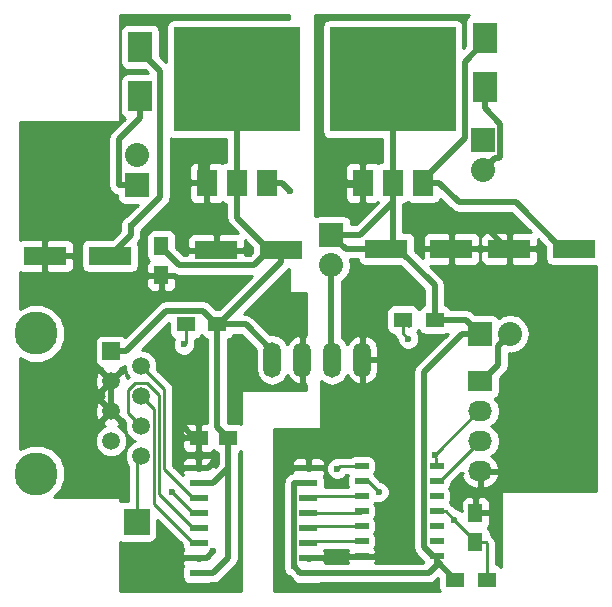
<source format=gtl>
G04 #@! TF.FileFunction,Copper,L1,Top,Signal*
%FSLAX46Y46*%
G04 Gerber Fmt 4.6, Leading zero omitted, Abs format (unit mm)*
G04 Created by KiCad (PCBNEW 4.0.0-stable) date 2015 December 06, Sunday 20:59:24*
%MOMM*%
G01*
G04 APERTURE LIST*
%ADD10C,0.100000*%
%ADD11R,1.250000X1.500000*%
%ADD12R,1.500000X1.250000*%
%ADD13R,1.143000X0.508000*%
%ADD14C,3.649980*%
%ADD15R,1.501140X1.501140*%
%ADD16C,1.501140*%
%ADD17R,2.032000X2.032000*%
%ADD18O,2.032000X2.032000*%
%ADD19R,2.032000X1.727200*%
%ADD20O,2.032000X1.727200*%
%ADD21R,2.235200X2.235200*%
%ADD22R,1.500000X1.300000*%
%ADD23R,1.500000X0.600000*%
%ADD24R,10.668000X8.890000*%
%ADD25R,1.778000X2.286000*%
%ADD26O,1.501140X2.999740*%
%ADD27R,3.599180X1.600200*%
%ADD28R,2.029460X2.651760*%
%ADD29C,0.600000*%
%ADD30C,0.500000*%
%ADD31C,0.250000*%
%ADD32C,0.254000*%
G04 APERTURE END LIST*
D10*
D11*
X137600000Y-100150000D03*
X137600000Y-102650000D03*
D12*
X143250000Y-116400000D03*
X140750000Y-116400000D03*
D11*
X164200000Y-125250000D03*
X164200000Y-122750000D03*
D13*
X160902000Y-126410000D03*
X160902000Y-125140000D03*
X160902000Y-123870000D03*
X160902000Y-122600000D03*
X160902000Y-121330000D03*
X160902000Y-120060000D03*
X160902000Y-118790000D03*
X154552000Y-118790000D03*
X154552000Y-120060000D03*
X154552000Y-122600000D03*
X154552000Y-123870000D03*
X154552000Y-125140000D03*
X154552000Y-126410000D03*
X154552000Y-121330000D03*
D14*
X127000000Y-119438520D03*
X127000000Y-107569100D03*
D15*
X133350000Y-109055000D03*
D16*
X135890000Y-110325000D03*
X133350000Y-111595000D03*
X135890000Y-112865000D03*
X133350000Y-114135000D03*
X135890000Y-115405000D03*
X133350000Y-116675000D03*
X135890000Y-117945000D03*
D17*
X152000000Y-99200000D03*
D18*
X152000000Y-101740000D03*
D17*
X164600000Y-107600000D03*
D18*
X167140000Y-107600000D03*
D17*
X135500000Y-95000000D03*
D18*
X135500000Y-92460000D03*
D19*
X164600000Y-111600000D03*
D20*
X164600000Y-114140000D03*
X164600000Y-116680000D03*
X164600000Y-119220000D03*
D17*
X164800000Y-91200000D03*
D18*
X164800000Y-93740000D03*
D21*
X135500000Y-123500000D03*
D22*
X162450000Y-128400000D03*
X165150000Y-128400000D03*
D23*
X150050000Y-127845000D03*
X150050000Y-126575000D03*
X150050000Y-125305000D03*
X150050000Y-124035000D03*
X150050000Y-122765000D03*
X150050000Y-121495000D03*
X150050000Y-120225000D03*
X150050000Y-118955000D03*
X140750000Y-118955000D03*
X140750000Y-120225000D03*
X140750000Y-121495000D03*
X140750000Y-122765000D03*
X140750000Y-124035000D03*
X140750000Y-125305000D03*
X140750000Y-126575000D03*
X140750000Y-127845000D03*
D24*
X144000000Y-86037000D03*
D25*
X144000000Y-94800000D03*
X141460000Y-94800000D03*
X146540000Y-94800000D03*
D24*
X157200000Y-86037000D03*
D25*
X157200000Y-94800000D03*
X154660000Y-94800000D03*
X159740000Y-94800000D03*
D26*
X154600000Y-109800000D03*
X152060000Y-109800000D03*
X149520000Y-109800000D03*
X146980000Y-109800000D03*
D27*
X133250820Y-101000000D03*
X127749180Y-101000000D03*
X147750820Y-100500000D03*
X142249180Y-100500000D03*
X172550820Y-100400000D03*
X167049180Y-100400000D03*
X156649180Y-100400000D03*
X162150820Y-100400000D03*
D28*
X165000000Y-86685340D03*
X165000000Y-82514660D03*
X135800000Y-83314660D03*
X135800000Y-87485340D03*
D22*
X158050000Y-106400000D03*
X160750000Y-106400000D03*
X139650000Y-106800000D03*
X142350000Y-106800000D03*
D29*
X142000000Y-126000000D03*
X142000000Y-118500000D03*
X139500000Y-115500000D03*
X141000000Y-92500000D03*
X162392365Y-123317365D03*
X152000000Y-95000000D03*
X164500000Y-98000000D03*
X148799988Y-127274989D03*
X160753458Y-117834142D03*
X138500000Y-121000000D03*
X135000000Y-98500000D03*
X148500000Y-95500000D03*
X158500000Y-108000000D03*
X139500000Y-108500000D03*
X152500000Y-119000000D03*
X156000000Y-121000000D03*
D30*
X144000000Y-94800000D02*
X144000000Y-97748670D01*
X144000000Y-97748670D02*
X146751330Y-100500000D01*
X146751330Y-100500000D02*
X147750820Y-100500000D01*
X144000000Y-86037000D02*
X144000000Y-94800000D01*
X140750000Y-127845000D02*
X142000001Y-127844999D01*
X142000001Y-127844999D02*
X143250000Y-126595000D01*
X143250000Y-126595000D02*
X143250000Y-117525000D01*
X143250000Y-117525000D02*
X143250000Y-116400000D01*
X142350000Y-106800000D02*
X142250000Y-106800000D01*
X142250000Y-106800000D02*
X141099999Y-105649999D01*
X141099999Y-105649999D02*
X138005571Y-105649999D01*
X138005571Y-105649999D02*
X134600570Y-109055000D01*
X134600570Y-109055000D02*
X133350000Y-109055000D01*
X146751330Y-100500000D02*
X145451229Y-101800101D01*
X145451229Y-101800101D02*
X139125101Y-101800101D01*
X139125101Y-101800101D02*
X137600000Y-100275000D01*
X137600000Y-100275000D02*
X137600000Y-100150000D01*
X142350000Y-106800000D02*
X144729300Y-106800000D01*
X144729300Y-106800000D02*
X146980000Y-109050700D01*
X146980000Y-109050700D02*
X146980000Y-109800000D01*
X142350000Y-106800000D02*
X142350000Y-115500000D01*
X142350000Y-115500000D02*
X143250000Y-116400000D01*
X140750000Y-120225000D02*
X142000000Y-120225000D01*
X142000000Y-120225000D02*
X143250000Y-118975000D01*
X143250000Y-118975000D02*
X143250000Y-117525000D01*
X142350000Y-106800000D02*
X142450000Y-106800000D01*
X142450000Y-106800000D02*
X147750820Y-101499180D01*
X147750820Y-101499180D02*
X147750820Y-100500000D01*
X140750000Y-118955000D02*
X141545000Y-118955000D01*
X142000000Y-126000000D02*
X141425000Y-126575000D01*
X141545000Y-118955000D02*
X142000000Y-118500000D01*
X141425000Y-126575000D02*
X140750000Y-126575000D01*
X140750000Y-116400000D02*
X140400000Y-116400000D01*
X140400000Y-116400000D02*
X139500000Y-115500000D01*
X141000000Y-92500000D02*
X141000000Y-94340000D01*
X141000000Y-94340000D02*
X141460000Y-94800000D01*
X133350000Y-114135000D02*
X133350000Y-111595000D01*
D31*
X164200000Y-125125000D02*
X162392365Y-123317365D01*
X162392365Y-123317365D02*
X161675000Y-122600000D01*
X164200000Y-125250000D02*
X164200000Y-125125000D01*
X161675000Y-122600000D02*
X160902000Y-122600000D01*
X165150000Y-128400000D02*
X165150000Y-125325000D01*
X165150000Y-125325000D02*
X165075000Y-125250000D01*
X165075000Y-125250000D02*
X164200000Y-125250000D01*
D30*
X152000000Y-95000000D02*
X154460000Y-95000000D01*
X154460000Y-95000000D02*
X154660000Y-94800000D01*
X167049180Y-100400000D02*
X166900000Y-100400000D01*
X166900000Y-100400000D02*
X164500000Y-98000000D01*
D31*
X149600000Y-118955000D02*
X150050000Y-118955000D01*
X150050000Y-126575000D02*
X154387000Y-126575000D01*
X154387000Y-126575000D02*
X154552000Y-126410000D01*
D30*
X156649180Y-100400000D02*
X153200000Y-100400000D01*
X153200000Y-100400000D02*
X152000000Y-99200000D01*
X160750000Y-106400000D02*
X160750000Y-103501330D01*
X160750000Y-103501330D02*
X157648670Y-100400000D01*
X157648670Y-100400000D02*
X156649180Y-100400000D01*
X157200000Y-94800000D02*
X157200000Y-96443000D01*
X154443000Y-99200000D02*
X153516000Y-99200000D01*
X157200000Y-96443000D02*
X154443000Y-99200000D01*
X153516000Y-99200000D02*
X152000000Y-99200000D01*
X157200000Y-94800000D02*
X157200000Y-99849180D01*
X157200000Y-99849180D02*
X156649180Y-100400000D01*
X157200000Y-94210635D02*
X157200000Y-95054000D01*
X157200000Y-90982000D02*
X157200000Y-86037000D01*
X157200000Y-95054000D02*
X157200000Y-90982000D01*
X157200000Y-95054000D02*
X157200000Y-94800000D01*
X160750000Y-106400000D02*
X163400000Y-106400000D01*
X163400000Y-106400000D02*
X164600000Y-107600000D01*
X150050000Y-127845000D02*
X149369998Y-127845000D01*
X149369998Y-127845000D02*
X148799988Y-127274989D01*
X148799988Y-127274989D02*
X148800000Y-120225000D01*
X148800000Y-120225000D02*
X150050000Y-120225000D01*
X160902000Y-126410000D02*
X160584500Y-126410000D01*
X160584500Y-126410000D02*
X159830499Y-125655999D01*
X159830499Y-125655999D02*
X159830499Y-110853501D01*
X159830499Y-110853501D02*
X163084000Y-107600000D01*
X163084000Y-107600000D02*
X164600000Y-107600000D01*
X160902000Y-126410000D02*
X160902000Y-126852000D01*
X160902000Y-126852000D02*
X162450000Y-128400000D01*
D31*
X162450000Y-128400000D02*
X162350000Y-128400000D01*
D30*
X150050000Y-127845000D02*
X160221000Y-127845000D01*
X160221000Y-127845000D02*
X160902000Y-127164000D01*
X160902000Y-127164000D02*
X160902000Y-126410000D01*
X157200000Y-94800000D02*
X157200000Y-95516000D01*
D31*
X157200000Y-94546000D02*
X157200000Y-94800000D01*
X160902000Y-120060000D02*
X161219500Y-120060000D01*
X161219500Y-120060000D02*
X164599500Y-116680000D01*
X164599500Y-116680000D02*
X164600000Y-116680000D01*
X160902000Y-118790000D02*
X160753458Y-117834142D01*
X160753458Y-117834142D02*
X160902000Y-117685600D01*
X160902000Y-117685600D02*
X164447600Y-114140000D01*
X164447600Y-114140000D02*
X164600000Y-114140000D01*
X150050000Y-122765000D02*
X154387000Y-122765000D01*
X154387000Y-122765000D02*
X154552000Y-122600000D01*
X154552000Y-123870000D02*
X150215000Y-123870000D01*
X150215000Y-123870000D02*
X150050000Y-124035000D01*
X154552000Y-125140000D02*
X150215000Y-125140000D01*
X150215000Y-125140000D02*
X150050000Y-125305000D01*
X154552000Y-121330000D02*
X150215000Y-121330000D01*
X150215000Y-121330000D02*
X150050000Y-121495000D01*
X140750000Y-121495000D02*
X140300000Y-121495000D01*
X140300000Y-121495000D02*
X137865591Y-119060591D01*
X137865591Y-119060591D02*
X137865591Y-112300591D01*
X137865591Y-112300591D02*
X136640569Y-111075569D01*
X136640569Y-111075569D02*
X135890000Y-110325000D01*
X140750000Y-125305000D02*
X140300000Y-125305000D01*
X140300000Y-125305000D02*
X136965571Y-121970571D01*
X136965571Y-121970571D02*
X136965571Y-113940571D01*
X136965571Y-113940571D02*
X136640569Y-113615569D01*
X136640569Y-113615569D02*
X135890000Y-112865000D01*
X140750000Y-124035000D02*
X140300000Y-124035000D01*
X140300000Y-124035000D02*
X137415581Y-121150581D01*
X137415581Y-121150581D02*
X137415581Y-112798735D01*
X134814429Y-114329429D02*
X135139431Y-114654431D01*
X137415581Y-112798735D02*
X136406275Y-111789429D01*
X136406275Y-111789429D02*
X135373725Y-111789429D01*
X135373725Y-111789429D02*
X134814429Y-112348725D01*
X135139431Y-114654431D02*
X135890000Y-115405000D01*
X134814429Y-112348725D02*
X134814429Y-114329429D01*
X140750000Y-122765000D02*
X140300000Y-122765000D01*
X140300000Y-122765000D02*
X138535000Y-121000000D01*
X138535000Y-121000000D02*
X138500000Y-121000000D01*
X135500000Y-123500000D02*
X135500000Y-118335000D01*
X135500000Y-118335000D02*
X135890000Y-117945000D01*
D30*
X152000000Y-101740000D02*
X152000000Y-109740000D01*
X152000000Y-109740000D02*
X152060000Y-109800000D01*
X167140000Y-107600000D02*
X166124001Y-108615999D01*
X166124001Y-108615999D02*
X166124001Y-110228399D01*
X166124001Y-110228399D02*
X164752400Y-111600000D01*
X164752400Y-111600000D02*
X164600000Y-111600000D01*
X135800000Y-87485340D02*
X135800000Y-89311220D01*
X135800000Y-89311220D02*
X133983999Y-91127221D01*
X133983999Y-91127221D02*
X133984000Y-95000000D01*
X133984000Y-95000000D02*
X135500000Y-95000000D01*
X164800000Y-93740000D02*
X165815999Y-92724001D01*
X165815999Y-92724001D02*
X166208001Y-92724001D01*
X166208001Y-92724001D02*
X166316001Y-92616001D01*
X166316001Y-92616001D02*
X166316001Y-89827221D01*
X166316001Y-89827221D02*
X165000000Y-88511220D01*
X165000000Y-88511220D02*
X165000000Y-86685340D01*
X135000000Y-98500000D02*
X137500000Y-96000000D01*
X137500000Y-96000000D02*
X137500000Y-85325810D01*
X137500000Y-85325810D02*
X135800000Y-83625810D01*
X135800000Y-83625810D02*
X135800000Y-83314660D01*
X135000000Y-98500000D02*
X135000000Y-99250820D01*
X135000000Y-99250820D02*
X133250820Y-101000000D01*
X146540000Y-94800000D02*
X147800000Y-94800000D01*
X147800000Y-94800000D02*
X148500000Y-95500000D01*
X159740000Y-94800000D02*
X159740000Y-94546000D01*
X159740000Y-94546000D02*
X163283999Y-91002001D01*
X163283999Y-84541811D02*
X165000000Y-82825810D01*
X165000000Y-82825810D02*
X165000000Y-82514660D01*
X163283999Y-91002001D02*
X163283999Y-84541811D01*
X172550820Y-100400000D02*
X171551330Y-100400000D01*
X171551330Y-100400000D02*
X167594330Y-96443000D01*
X167594330Y-96443000D02*
X162772000Y-96443000D01*
X162772000Y-96443000D02*
X161129000Y-94800000D01*
X161129000Y-94800000D02*
X159740000Y-94800000D01*
D31*
X158050000Y-107550000D02*
X158050000Y-106400000D01*
X158500000Y-108000000D02*
X158050000Y-107550000D01*
X158600000Y-106950000D02*
X158050000Y-106400000D01*
X139650000Y-108350000D02*
X139650000Y-106800000D01*
X139500000Y-108500000D02*
X139650000Y-108350000D01*
X139400000Y-107050000D02*
X139650000Y-106800000D01*
X154552000Y-118790000D02*
X152710000Y-118790000D01*
X152710000Y-118790000D02*
X152500000Y-119000000D01*
X156000000Y-121000000D02*
X155060000Y-120060000D01*
X155060000Y-120060000D02*
X154552000Y-120060000D01*
D32*
G36*
X154246428Y-101435417D02*
X154385500Y-101651541D01*
X154597700Y-101796531D01*
X154849590Y-101847540D01*
X157844630Y-101847540D01*
X159865000Y-103867909D01*
X159865000Y-105127962D01*
X159764683Y-105146838D01*
X159548559Y-105285910D01*
X159403569Y-105498110D01*
X159400919Y-105511197D01*
X159264090Y-105298559D01*
X159051890Y-105153569D01*
X158800000Y-105102560D01*
X157300000Y-105102560D01*
X157064683Y-105146838D01*
X156848559Y-105285910D01*
X156703569Y-105498110D01*
X156652560Y-105750000D01*
X156652560Y-107050000D01*
X156696838Y-107285317D01*
X156835910Y-107501441D01*
X157048110Y-107646431D01*
X157300000Y-107697440D01*
X157319328Y-107697440D01*
X157347852Y-107840839D01*
X157512599Y-108087401D01*
X157564878Y-108139680D01*
X157564838Y-108185167D01*
X157706883Y-108528943D01*
X157969673Y-108792192D01*
X158313201Y-108934838D01*
X158685167Y-108935162D01*
X159028943Y-108793117D01*
X159292192Y-108530327D01*
X159434838Y-108186799D01*
X159435162Y-107814833D01*
X159293117Y-107471057D01*
X159285831Y-107463758D01*
X159396431Y-107301890D01*
X159399081Y-107288803D01*
X159535910Y-107501441D01*
X159748110Y-107646431D01*
X160000000Y-107697440D01*
X161500000Y-107697440D01*
X161735317Y-107653162D01*
X161858570Y-107573851D01*
X159204709Y-110227711D01*
X159012866Y-110514826D01*
X159012866Y-110514827D01*
X158945498Y-110853501D01*
X158945499Y-110853506D01*
X158945499Y-125655994D01*
X158945498Y-125655999D01*
X158997078Y-125915301D01*
X159012866Y-125994674D01*
X159155513Y-126208162D01*
X159204709Y-126281789D01*
X159705343Y-126782422D01*
X159727338Y-126899317D01*
X159766386Y-126960000D01*
X155688212Y-126960000D01*
X155758500Y-126790309D01*
X155758500Y-126695750D01*
X155599750Y-126537000D01*
X154679000Y-126537000D01*
X154679000Y-126557000D01*
X154425000Y-126557000D01*
X154425000Y-126537000D01*
X153504250Y-126537000D01*
X153345500Y-126695750D01*
X153345500Y-126790309D01*
X153415788Y-126960000D01*
X151435000Y-126960000D01*
X151435000Y-126860750D01*
X151276250Y-126702000D01*
X150177000Y-126702000D01*
X150177000Y-126722000D01*
X149923000Y-126722000D01*
X149923000Y-126702000D01*
X149903000Y-126702000D01*
X149903000Y-126448000D01*
X149923000Y-126448000D01*
X149923000Y-126428000D01*
X150177000Y-126428000D01*
X150177000Y-126448000D01*
X151276250Y-126448000D01*
X151435000Y-126289250D01*
X151435000Y-126148690D01*
X151345194Y-125931878D01*
X151366975Y-125900000D01*
X153399220Y-125900000D01*
X153345500Y-126029691D01*
X153345500Y-126124250D01*
X153504250Y-126283000D01*
X154425000Y-126283000D01*
X154425000Y-126263000D01*
X154679000Y-126263000D01*
X154679000Y-126283000D01*
X155599750Y-126283000D01*
X155758500Y-126124250D01*
X155758500Y-126029691D01*
X155661827Y-125796302D01*
X155635291Y-125769765D01*
X155719931Y-125645890D01*
X155770940Y-125394000D01*
X155770940Y-124886000D01*
X155726662Y-124650683D01*
X155632334Y-124504093D01*
X155719931Y-124375890D01*
X155770940Y-124124000D01*
X155770940Y-123616000D01*
X155726662Y-123380683D01*
X155632334Y-123234093D01*
X155719931Y-123105890D01*
X155770940Y-122854000D01*
X155770940Y-122346000D01*
X155726662Y-122110683D01*
X155632334Y-121964093D01*
X155687879Y-121882800D01*
X155813201Y-121934838D01*
X156185167Y-121935162D01*
X156528943Y-121793117D01*
X156792192Y-121530327D01*
X156934838Y-121186799D01*
X156935162Y-120814833D01*
X156793117Y-120471057D01*
X156530327Y-120207808D01*
X156186799Y-120065162D01*
X156139923Y-120065121D01*
X155745477Y-119670675D01*
X155726662Y-119570683D01*
X155632334Y-119424093D01*
X155719931Y-119295890D01*
X155770940Y-119044000D01*
X155770940Y-118536000D01*
X155726662Y-118300683D01*
X155587590Y-118084559D01*
X155375390Y-117939569D01*
X155123500Y-117888560D01*
X153980500Y-117888560D01*
X153745183Y-117932838D01*
X153594189Y-118030000D01*
X152710000Y-118030000D01*
X152533900Y-118065029D01*
X152314833Y-118064838D01*
X151971057Y-118206883D01*
X151707808Y-118469673D01*
X151565162Y-118813201D01*
X151564838Y-119185167D01*
X151706883Y-119528943D01*
X151969673Y-119792192D01*
X152313201Y-119934838D01*
X152685167Y-119935162D01*
X153028943Y-119793117D01*
X153272485Y-119550000D01*
X153386877Y-119550000D01*
X153384069Y-119554110D01*
X153333060Y-119806000D01*
X153333060Y-120314000D01*
X153377338Y-120549317D01*
X153390647Y-120570000D01*
X151438327Y-120570000D01*
X151447440Y-120525000D01*
X151447440Y-119925000D01*
X151403162Y-119689683D01*
X151344822Y-119599020D01*
X151435000Y-119381310D01*
X151435000Y-119240750D01*
X151276250Y-119082000D01*
X150177000Y-119082000D01*
X150177000Y-119102000D01*
X149923000Y-119102000D01*
X149923000Y-119082000D01*
X148823750Y-119082000D01*
X148665000Y-119240750D01*
X148665000Y-119366853D01*
X148461326Y-119407366D01*
X148174211Y-119599209D01*
X148174210Y-119599210D01*
X147982367Y-119886325D01*
X147946794Y-120065162D01*
X147915000Y-120224998D01*
X147914989Y-126968166D01*
X147865150Y-127088190D01*
X147864826Y-127460156D01*
X148006871Y-127803932D01*
X148269661Y-128067181D01*
X148390975Y-128117555D01*
X148744206Y-128470787D01*
X148744208Y-128470790D01*
X148763238Y-128483505D01*
X148835910Y-128596441D01*
X149048110Y-128741431D01*
X149300000Y-128792440D01*
X150800000Y-128792440D01*
X151035317Y-128748162D01*
X151063542Y-128730000D01*
X160220995Y-128730000D01*
X160221000Y-128730001D01*
X160503484Y-128673810D01*
X160559675Y-128662633D01*
X160846790Y-128470790D01*
X161052560Y-128265020D01*
X161052560Y-129050000D01*
X161096838Y-129285317D01*
X161153260Y-129373000D01*
X147127000Y-129373000D01*
X147127000Y-118528690D01*
X148665000Y-118528690D01*
X148665000Y-118669250D01*
X148823750Y-118828000D01*
X149923000Y-118828000D01*
X149923000Y-118178750D01*
X150177000Y-118178750D01*
X150177000Y-118828000D01*
X151276250Y-118828000D01*
X151435000Y-118669250D01*
X151435000Y-118528690D01*
X151338327Y-118295301D01*
X151159698Y-118116673D01*
X150926309Y-118020000D01*
X150335750Y-118020000D01*
X150177000Y-118178750D01*
X149923000Y-118178750D01*
X149764250Y-118020000D01*
X149173691Y-118020000D01*
X148940302Y-118116673D01*
X148761673Y-118295301D01*
X148665000Y-118528690D01*
X147127000Y-118528690D01*
X147127000Y-115627000D01*
X151000000Y-115627000D01*
X151049410Y-115616994D01*
X151091035Y-115588553D01*
X151118315Y-115546159D01*
X151127000Y-115500000D01*
X151127000Y-111602106D01*
X151529765Y-111871225D01*
X152060000Y-111976695D01*
X152590235Y-111871225D01*
X153039746Y-111570871D01*
X153340100Y-111121360D01*
X153342533Y-111109128D01*
X153368501Y-111196867D01*
X153710056Y-111618848D01*
X154187097Y-111878000D01*
X154258725Y-111892183D01*
X154473000Y-111769529D01*
X154473000Y-109927000D01*
X154727000Y-109927000D01*
X154727000Y-111769529D01*
X154941275Y-111892183D01*
X155012903Y-111878000D01*
X155489944Y-111618848D01*
X155831499Y-111196867D01*
X155985570Y-110676300D01*
X155985570Y-109927000D01*
X154727000Y-109927000D01*
X154473000Y-109927000D01*
X154453000Y-109927000D01*
X154453000Y-109673000D01*
X154473000Y-109673000D01*
X154473000Y-107830471D01*
X154727000Y-107830471D01*
X154727000Y-109673000D01*
X155985570Y-109673000D01*
X155985570Y-108923700D01*
X155831499Y-108403133D01*
X155489944Y-107981152D01*
X155012903Y-107722000D01*
X154941275Y-107707817D01*
X154727000Y-107830471D01*
X154473000Y-107830471D01*
X154258725Y-107707817D01*
X154187097Y-107722000D01*
X153710056Y-107981152D01*
X153368501Y-108403133D01*
X153342533Y-108490872D01*
X153340100Y-108478640D01*
X153039746Y-108029129D01*
X152885000Y-107925731D01*
X152885000Y-103117761D01*
X153199778Y-102907433D01*
X153557670Y-102371810D01*
X153683345Y-101740000D01*
X153592840Y-101285000D01*
X154218125Y-101285000D01*
X154246428Y-101435417D01*
X154246428Y-101435417D01*
G37*
X154246428Y-101435417D02*
X154385500Y-101651541D01*
X154597700Y-101796531D01*
X154849590Y-101847540D01*
X157844630Y-101847540D01*
X159865000Y-103867909D01*
X159865000Y-105127962D01*
X159764683Y-105146838D01*
X159548559Y-105285910D01*
X159403569Y-105498110D01*
X159400919Y-105511197D01*
X159264090Y-105298559D01*
X159051890Y-105153569D01*
X158800000Y-105102560D01*
X157300000Y-105102560D01*
X157064683Y-105146838D01*
X156848559Y-105285910D01*
X156703569Y-105498110D01*
X156652560Y-105750000D01*
X156652560Y-107050000D01*
X156696838Y-107285317D01*
X156835910Y-107501441D01*
X157048110Y-107646431D01*
X157300000Y-107697440D01*
X157319328Y-107697440D01*
X157347852Y-107840839D01*
X157512599Y-108087401D01*
X157564878Y-108139680D01*
X157564838Y-108185167D01*
X157706883Y-108528943D01*
X157969673Y-108792192D01*
X158313201Y-108934838D01*
X158685167Y-108935162D01*
X159028943Y-108793117D01*
X159292192Y-108530327D01*
X159434838Y-108186799D01*
X159435162Y-107814833D01*
X159293117Y-107471057D01*
X159285831Y-107463758D01*
X159396431Y-107301890D01*
X159399081Y-107288803D01*
X159535910Y-107501441D01*
X159748110Y-107646431D01*
X160000000Y-107697440D01*
X161500000Y-107697440D01*
X161735317Y-107653162D01*
X161858570Y-107573851D01*
X159204709Y-110227711D01*
X159012866Y-110514826D01*
X159012866Y-110514827D01*
X158945498Y-110853501D01*
X158945499Y-110853506D01*
X158945499Y-125655994D01*
X158945498Y-125655999D01*
X158997078Y-125915301D01*
X159012866Y-125994674D01*
X159155513Y-126208162D01*
X159204709Y-126281789D01*
X159705343Y-126782422D01*
X159727338Y-126899317D01*
X159766386Y-126960000D01*
X155688212Y-126960000D01*
X155758500Y-126790309D01*
X155758500Y-126695750D01*
X155599750Y-126537000D01*
X154679000Y-126537000D01*
X154679000Y-126557000D01*
X154425000Y-126557000D01*
X154425000Y-126537000D01*
X153504250Y-126537000D01*
X153345500Y-126695750D01*
X153345500Y-126790309D01*
X153415788Y-126960000D01*
X151435000Y-126960000D01*
X151435000Y-126860750D01*
X151276250Y-126702000D01*
X150177000Y-126702000D01*
X150177000Y-126722000D01*
X149923000Y-126722000D01*
X149923000Y-126702000D01*
X149903000Y-126702000D01*
X149903000Y-126448000D01*
X149923000Y-126448000D01*
X149923000Y-126428000D01*
X150177000Y-126428000D01*
X150177000Y-126448000D01*
X151276250Y-126448000D01*
X151435000Y-126289250D01*
X151435000Y-126148690D01*
X151345194Y-125931878D01*
X151366975Y-125900000D01*
X153399220Y-125900000D01*
X153345500Y-126029691D01*
X153345500Y-126124250D01*
X153504250Y-126283000D01*
X154425000Y-126283000D01*
X154425000Y-126263000D01*
X154679000Y-126263000D01*
X154679000Y-126283000D01*
X155599750Y-126283000D01*
X155758500Y-126124250D01*
X155758500Y-126029691D01*
X155661827Y-125796302D01*
X155635291Y-125769765D01*
X155719931Y-125645890D01*
X155770940Y-125394000D01*
X155770940Y-124886000D01*
X155726662Y-124650683D01*
X155632334Y-124504093D01*
X155719931Y-124375890D01*
X155770940Y-124124000D01*
X155770940Y-123616000D01*
X155726662Y-123380683D01*
X155632334Y-123234093D01*
X155719931Y-123105890D01*
X155770940Y-122854000D01*
X155770940Y-122346000D01*
X155726662Y-122110683D01*
X155632334Y-121964093D01*
X155687879Y-121882800D01*
X155813201Y-121934838D01*
X156185167Y-121935162D01*
X156528943Y-121793117D01*
X156792192Y-121530327D01*
X156934838Y-121186799D01*
X156935162Y-120814833D01*
X156793117Y-120471057D01*
X156530327Y-120207808D01*
X156186799Y-120065162D01*
X156139923Y-120065121D01*
X155745477Y-119670675D01*
X155726662Y-119570683D01*
X155632334Y-119424093D01*
X155719931Y-119295890D01*
X155770940Y-119044000D01*
X155770940Y-118536000D01*
X155726662Y-118300683D01*
X155587590Y-118084559D01*
X155375390Y-117939569D01*
X155123500Y-117888560D01*
X153980500Y-117888560D01*
X153745183Y-117932838D01*
X153594189Y-118030000D01*
X152710000Y-118030000D01*
X152533900Y-118065029D01*
X152314833Y-118064838D01*
X151971057Y-118206883D01*
X151707808Y-118469673D01*
X151565162Y-118813201D01*
X151564838Y-119185167D01*
X151706883Y-119528943D01*
X151969673Y-119792192D01*
X152313201Y-119934838D01*
X152685167Y-119935162D01*
X153028943Y-119793117D01*
X153272485Y-119550000D01*
X153386877Y-119550000D01*
X153384069Y-119554110D01*
X153333060Y-119806000D01*
X153333060Y-120314000D01*
X153377338Y-120549317D01*
X153390647Y-120570000D01*
X151438327Y-120570000D01*
X151447440Y-120525000D01*
X151447440Y-119925000D01*
X151403162Y-119689683D01*
X151344822Y-119599020D01*
X151435000Y-119381310D01*
X151435000Y-119240750D01*
X151276250Y-119082000D01*
X150177000Y-119082000D01*
X150177000Y-119102000D01*
X149923000Y-119102000D01*
X149923000Y-119082000D01*
X148823750Y-119082000D01*
X148665000Y-119240750D01*
X148665000Y-119366853D01*
X148461326Y-119407366D01*
X148174211Y-119599209D01*
X148174210Y-119599210D01*
X147982367Y-119886325D01*
X147946794Y-120065162D01*
X147915000Y-120224998D01*
X147914989Y-126968166D01*
X147865150Y-127088190D01*
X147864826Y-127460156D01*
X148006871Y-127803932D01*
X148269661Y-128067181D01*
X148390975Y-128117555D01*
X148744206Y-128470787D01*
X148744208Y-128470790D01*
X148763238Y-128483505D01*
X148835910Y-128596441D01*
X149048110Y-128741431D01*
X149300000Y-128792440D01*
X150800000Y-128792440D01*
X151035317Y-128748162D01*
X151063542Y-128730000D01*
X160220995Y-128730000D01*
X160221000Y-128730001D01*
X160503484Y-128673810D01*
X160559675Y-128662633D01*
X160846790Y-128470790D01*
X161052560Y-128265020D01*
X161052560Y-129050000D01*
X161096838Y-129285317D01*
X161153260Y-129373000D01*
X147127000Y-129373000D01*
X147127000Y-118528690D01*
X148665000Y-118528690D01*
X148665000Y-118669250D01*
X148823750Y-118828000D01*
X149923000Y-118828000D01*
X149923000Y-118178750D01*
X150177000Y-118178750D01*
X150177000Y-118828000D01*
X151276250Y-118828000D01*
X151435000Y-118669250D01*
X151435000Y-118528690D01*
X151338327Y-118295301D01*
X151159698Y-118116673D01*
X150926309Y-118020000D01*
X150335750Y-118020000D01*
X150177000Y-118178750D01*
X149923000Y-118178750D01*
X149764250Y-118020000D01*
X149173691Y-118020000D01*
X148940302Y-118116673D01*
X148761673Y-118295301D01*
X148665000Y-118528690D01*
X147127000Y-118528690D01*
X147127000Y-115627000D01*
X151000000Y-115627000D01*
X151049410Y-115616994D01*
X151091035Y-115588553D01*
X151118315Y-115546159D01*
X151127000Y-115500000D01*
X151127000Y-111602106D01*
X151529765Y-111871225D01*
X152060000Y-111976695D01*
X152590235Y-111871225D01*
X153039746Y-111570871D01*
X153340100Y-111121360D01*
X153342533Y-111109128D01*
X153368501Y-111196867D01*
X153710056Y-111618848D01*
X154187097Y-111878000D01*
X154258725Y-111892183D01*
X154473000Y-111769529D01*
X154473000Y-109927000D01*
X154727000Y-109927000D01*
X154727000Y-111769529D01*
X154941275Y-111892183D01*
X155012903Y-111878000D01*
X155489944Y-111618848D01*
X155831499Y-111196867D01*
X155985570Y-110676300D01*
X155985570Y-109927000D01*
X154727000Y-109927000D01*
X154473000Y-109927000D01*
X154453000Y-109927000D01*
X154453000Y-109673000D01*
X154473000Y-109673000D01*
X154473000Y-107830471D01*
X154727000Y-107830471D01*
X154727000Y-109673000D01*
X155985570Y-109673000D01*
X155985570Y-108923700D01*
X155831499Y-108403133D01*
X155489944Y-107981152D01*
X155012903Y-107722000D01*
X154941275Y-107707817D01*
X154727000Y-107830471D01*
X154473000Y-107830471D01*
X154258725Y-107707817D01*
X154187097Y-107722000D01*
X153710056Y-107981152D01*
X153368501Y-108403133D01*
X153342533Y-108490872D01*
X153340100Y-108478640D01*
X153039746Y-108029129D01*
X152885000Y-107925731D01*
X152885000Y-103117761D01*
X153199778Y-102907433D01*
X153557670Y-102371810D01*
X153683345Y-101740000D01*
X153592840Y-101285000D01*
X154218125Y-101285000D01*
X154246428Y-101435417D01*
G36*
X162146208Y-97068787D02*
X162146210Y-97068790D01*
X162433325Y-97260633D01*
X162489516Y-97271810D01*
X162772000Y-97328001D01*
X162772005Y-97328000D01*
X167227750Y-97328000D01*
X168864650Y-98964900D01*
X167334930Y-98964900D01*
X167176180Y-99123650D01*
X167176180Y-100273000D01*
X169325020Y-100273000D01*
X169483770Y-100114250D01*
X169483770Y-99584019D01*
X170103790Y-100204039D01*
X170103790Y-101200100D01*
X170148068Y-101435417D01*
X170287140Y-101651541D01*
X170499340Y-101796531D01*
X170751230Y-101847540D01*
X174350410Y-101847540D01*
X174373000Y-101843289D01*
X174373000Y-120873000D01*
X166500000Y-120873000D01*
X166450590Y-120883006D01*
X166408965Y-120911447D01*
X166381685Y-120953841D01*
X166373000Y-121000000D01*
X166373000Y-127312406D01*
X166364090Y-127298559D01*
X166151890Y-127153569D01*
X165910000Y-127104585D01*
X165910000Y-125325000D01*
X165852148Y-125034161D01*
X165687401Y-124787599D01*
X165612401Y-124712599D01*
X165472440Y-124619080D01*
X165472440Y-124500000D01*
X165428162Y-124264683D01*
X165289090Y-124048559D01*
X165220994Y-124002031D01*
X165363327Y-123859698D01*
X165460000Y-123626309D01*
X165460000Y-123035750D01*
X165301250Y-122877000D01*
X164327000Y-122877000D01*
X164327000Y-122897000D01*
X164073000Y-122897000D01*
X164073000Y-122877000D01*
X164053000Y-122877000D01*
X164053000Y-122623000D01*
X164073000Y-122623000D01*
X164073000Y-121523750D01*
X164327000Y-121523750D01*
X164327000Y-122623000D01*
X165301250Y-122623000D01*
X165460000Y-122464250D01*
X165460000Y-121873691D01*
X165363327Y-121640302D01*
X165184699Y-121461673D01*
X164951310Y-121365000D01*
X164485750Y-121365000D01*
X164327000Y-121523750D01*
X164073000Y-121523750D01*
X163914250Y-121365000D01*
X163448690Y-121365000D01*
X163215301Y-121461673D01*
X163036673Y-121640302D01*
X162940000Y-121873691D01*
X162940000Y-122464250D01*
X163098748Y-122622998D01*
X163020346Y-122622998D01*
X162922692Y-122525173D01*
X162579164Y-122382527D01*
X162532288Y-122382486D01*
X162212401Y-122062599D01*
X162008237Y-121926182D01*
X162069931Y-121835890D01*
X162120940Y-121584000D01*
X162120940Y-121076000D01*
X162076662Y-120840683D01*
X161982334Y-120694093D01*
X162069931Y-120565890D01*
X162120940Y-120314000D01*
X162120940Y-120233362D01*
X163007300Y-119347002D01*
X163113782Y-119347002D01*
X162992642Y-119579026D01*
X162995291Y-119594791D01*
X163249268Y-120122036D01*
X163685680Y-120511954D01*
X164238087Y-120705184D01*
X164473000Y-120560924D01*
X164473000Y-119347000D01*
X164727000Y-119347000D01*
X164727000Y-120560924D01*
X164961913Y-120705184D01*
X165514320Y-120511954D01*
X165950732Y-120122036D01*
X166204709Y-119594791D01*
X166207358Y-119579026D01*
X166086217Y-119347000D01*
X164727000Y-119347000D01*
X164473000Y-119347000D01*
X164453000Y-119347000D01*
X164453000Y-119093000D01*
X164473000Y-119093000D01*
X164473000Y-119073000D01*
X164727000Y-119073000D01*
X164727000Y-119093000D01*
X166086217Y-119093000D01*
X166207358Y-118860974D01*
X166204709Y-118845209D01*
X165950732Y-118317964D01*
X165534931Y-117946461D01*
X165844415Y-117739670D01*
X166169271Y-117253489D01*
X166283345Y-116680000D01*
X166169271Y-116106511D01*
X165844415Y-115620330D01*
X165529634Y-115410000D01*
X165844415Y-115199670D01*
X166169271Y-114713489D01*
X166283345Y-114140000D01*
X166169271Y-113566511D01*
X165844415Y-113080330D01*
X165830087Y-113070757D01*
X165851317Y-113066762D01*
X166067441Y-112927690D01*
X166212431Y-112715490D01*
X166263440Y-112463600D01*
X166263440Y-111340539D01*
X166749788Y-110854191D01*
X166749791Y-110854189D01*
X166941634Y-110567074D01*
X166952811Y-110510883D01*
X167009002Y-110228399D01*
X167009001Y-110228394D01*
X167009001Y-109257288D01*
X167140000Y-109283345D01*
X167771810Y-109157670D01*
X168307433Y-108799778D01*
X168665325Y-108264155D01*
X168791000Y-107632345D01*
X168791000Y-107567655D01*
X168665325Y-106935845D01*
X168307433Y-106400222D01*
X167771810Y-106042330D01*
X167140000Y-105916655D01*
X166508190Y-106042330D01*
X166168208Y-106269499D01*
X166080090Y-106132559D01*
X165867890Y-105987569D01*
X165616000Y-105936560D01*
X164188140Y-105936560D01*
X164025790Y-105774210D01*
X163989557Y-105750000D01*
X163738675Y-105582367D01*
X163682484Y-105571190D01*
X163400000Y-105514999D01*
X163399995Y-105515000D01*
X162103222Y-105515000D01*
X162103162Y-105514683D01*
X161964090Y-105298559D01*
X161751890Y-105153569D01*
X161635000Y-105129898D01*
X161635000Y-103501335D01*
X161635001Y-103501330D01*
X161567633Y-103162656D01*
X161567633Y-103162655D01*
X161375790Y-102875540D01*
X161375787Y-102875538D01*
X160335349Y-101835100D01*
X161865070Y-101835100D01*
X162023820Y-101676350D01*
X162023820Y-100527000D01*
X162277820Y-100527000D01*
X162277820Y-101676350D01*
X162436570Y-101835100D01*
X164076719Y-101835100D01*
X164310108Y-101738427D01*
X164488737Y-101559799D01*
X164585410Y-101326410D01*
X164585410Y-100685750D01*
X164614590Y-100685750D01*
X164614590Y-101326410D01*
X164711263Y-101559799D01*
X164889892Y-101738427D01*
X165123281Y-101835100D01*
X166763430Y-101835100D01*
X166922180Y-101676350D01*
X166922180Y-100527000D01*
X167176180Y-100527000D01*
X167176180Y-101676350D01*
X167334930Y-101835100D01*
X168975079Y-101835100D01*
X169208468Y-101738427D01*
X169387097Y-101559799D01*
X169483770Y-101326410D01*
X169483770Y-100685750D01*
X169325020Y-100527000D01*
X167176180Y-100527000D01*
X166922180Y-100527000D01*
X164773340Y-100527000D01*
X164614590Y-100685750D01*
X164585410Y-100685750D01*
X164426660Y-100527000D01*
X162277820Y-100527000D01*
X162023820Y-100527000D01*
X159874980Y-100527000D01*
X159716230Y-100685750D01*
X159716230Y-101215980D01*
X159096210Y-100595960D01*
X159096210Y-99599900D01*
X159072444Y-99473590D01*
X159716230Y-99473590D01*
X159716230Y-100114250D01*
X159874980Y-100273000D01*
X162023820Y-100273000D01*
X162023820Y-99123650D01*
X162277820Y-99123650D01*
X162277820Y-100273000D01*
X164426660Y-100273000D01*
X164585410Y-100114250D01*
X164585410Y-99473590D01*
X164614590Y-99473590D01*
X164614590Y-100114250D01*
X164773340Y-100273000D01*
X166922180Y-100273000D01*
X166922180Y-99123650D01*
X166763430Y-98964900D01*
X165123281Y-98964900D01*
X164889892Y-99061573D01*
X164711263Y-99240201D01*
X164614590Y-99473590D01*
X164585410Y-99473590D01*
X164488737Y-99240201D01*
X164310108Y-99061573D01*
X164076719Y-98964900D01*
X162436570Y-98964900D01*
X162277820Y-99123650D01*
X162023820Y-99123650D01*
X161865070Y-98964900D01*
X160224921Y-98964900D01*
X159991532Y-99061573D01*
X159812903Y-99240201D01*
X159716230Y-99473590D01*
X159072444Y-99473590D01*
X159051932Y-99364583D01*
X158912860Y-99148459D01*
X158700660Y-99003469D01*
X158448770Y-98952460D01*
X158085000Y-98952460D01*
X158085000Y-96590440D01*
X158089000Y-96590440D01*
X158324317Y-96546162D01*
X158470907Y-96451834D01*
X158599110Y-96539431D01*
X158851000Y-96590440D01*
X160629000Y-96590440D01*
X160864317Y-96546162D01*
X161080441Y-96407090D01*
X161225431Y-96194890D01*
X161233326Y-96155905D01*
X162146208Y-97068787D01*
X162146208Y-97068787D01*
G37*
X162146208Y-97068787D02*
X162146210Y-97068790D01*
X162433325Y-97260633D01*
X162489516Y-97271810D01*
X162772000Y-97328001D01*
X162772005Y-97328000D01*
X167227750Y-97328000D01*
X168864650Y-98964900D01*
X167334930Y-98964900D01*
X167176180Y-99123650D01*
X167176180Y-100273000D01*
X169325020Y-100273000D01*
X169483770Y-100114250D01*
X169483770Y-99584019D01*
X170103790Y-100204039D01*
X170103790Y-101200100D01*
X170148068Y-101435417D01*
X170287140Y-101651541D01*
X170499340Y-101796531D01*
X170751230Y-101847540D01*
X174350410Y-101847540D01*
X174373000Y-101843289D01*
X174373000Y-120873000D01*
X166500000Y-120873000D01*
X166450590Y-120883006D01*
X166408965Y-120911447D01*
X166381685Y-120953841D01*
X166373000Y-121000000D01*
X166373000Y-127312406D01*
X166364090Y-127298559D01*
X166151890Y-127153569D01*
X165910000Y-127104585D01*
X165910000Y-125325000D01*
X165852148Y-125034161D01*
X165687401Y-124787599D01*
X165612401Y-124712599D01*
X165472440Y-124619080D01*
X165472440Y-124500000D01*
X165428162Y-124264683D01*
X165289090Y-124048559D01*
X165220994Y-124002031D01*
X165363327Y-123859698D01*
X165460000Y-123626309D01*
X165460000Y-123035750D01*
X165301250Y-122877000D01*
X164327000Y-122877000D01*
X164327000Y-122897000D01*
X164073000Y-122897000D01*
X164073000Y-122877000D01*
X164053000Y-122877000D01*
X164053000Y-122623000D01*
X164073000Y-122623000D01*
X164073000Y-121523750D01*
X164327000Y-121523750D01*
X164327000Y-122623000D01*
X165301250Y-122623000D01*
X165460000Y-122464250D01*
X165460000Y-121873691D01*
X165363327Y-121640302D01*
X165184699Y-121461673D01*
X164951310Y-121365000D01*
X164485750Y-121365000D01*
X164327000Y-121523750D01*
X164073000Y-121523750D01*
X163914250Y-121365000D01*
X163448690Y-121365000D01*
X163215301Y-121461673D01*
X163036673Y-121640302D01*
X162940000Y-121873691D01*
X162940000Y-122464250D01*
X163098748Y-122622998D01*
X163020346Y-122622998D01*
X162922692Y-122525173D01*
X162579164Y-122382527D01*
X162532288Y-122382486D01*
X162212401Y-122062599D01*
X162008237Y-121926182D01*
X162069931Y-121835890D01*
X162120940Y-121584000D01*
X162120940Y-121076000D01*
X162076662Y-120840683D01*
X161982334Y-120694093D01*
X162069931Y-120565890D01*
X162120940Y-120314000D01*
X162120940Y-120233362D01*
X163007300Y-119347002D01*
X163113782Y-119347002D01*
X162992642Y-119579026D01*
X162995291Y-119594791D01*
X163249268Y-120122036D01*
X163685680Y-120511954D01*
X164238087Y-120705184D01*
X164473000Y-120560924D01*
X164473000Y-119347000D01*
X164727000Y-119347000D01*
X164727000Y-120560924D01*
X164961913Y-120705184D01*
X165514320Y-120511954D01*
X165950732Y-120122036D01*
X166204709Y-119594791D01*
X166207358Y-119579026D01*
X166086217Y-119347000D01*
X164727000Y-119347000D01*
X164473000Y-119347000D01*
X164453000Y-119347000D01*
X164453000Y-119093000D01*
X164473000Y-119093000D01*
X164473000Y-119073000D01*
X164727000Y-119073000D01*
X164727000Y-119093000D01*
X166086217Y-119093000D01*
X166207358Y-118860974D01*
X166204709Y-118845209D01*
X165950732Y-118317964D01*
X165534931Y-117946461D01*
X165844415Y-117739670D01*
X166169271Y-117253489D01*
X166283345Y-116680000D01*
X166169271Y-116106511D01*
X165844415Y-115620330D01*
X165529634Y-115410000D01*
X165844415Y-115199670D01*
X166169271Y-114713489D01*
X166283345Y-114140000D01*
X166169271Y-113566511D01*
X165844415Y-113080330D01*
X165830087Y-113070757D01*
X165851317Y-113066762D01*
X166067441Y-112927690D01*
X166212431Y-112715490D01*
X166263440Y-112463600D01*
X166263440Y-111340539D01*
X166749788Y-110854191D01*
X166749791Y-110854189D01*
X166941634Y-110567074D01*
X166952811Y-110510883D01*
X167009002Y-110228399D01*
X167009001Y-110228394D01*
X167009001Y-109257288D01*
X167140000Y-109283345D01*
X167771810Y-109157670D01*
X168307433Y-108799778D01*
X168665325Y-108264155D01*
X168791000Y-107632345D01*
X168791000Y-107567655D01*
X168665325Y-106935845D01*
X168307433Y-106400222D01*
X167771810Y-106042330D01*
X167140000Y-105916655D01*
X166508190Y-106042330D01*
X166168208Y-106269499D01*
X166080090Y-106132559D01*
X165867890Y-105987569D01*
X165616000Y-105936560D01*
X164188140Y-105936560D01*
X164025790Y-105774210D01*
X163989557Y-105750000D01*
X163738675Y-105582367D01*
X163682484Y-105571190D01*
X163400000Y-105514999D01*
X163399995Y-105515000D01*
X162103222Y-105515000D01*
X162103162Y-105514683D01*
X161964090Y-105298559D01*
X161751890Y-105153569D01*
X161635000Y-105129898D01*
X161635000Y-103501335D01*
X161635001Y-103501330D01*
X161567633Y-103162656D01*
X161567633Y-103162655D01*
X161375790Y-102875540D01*
X161375787Y-102875538D01*
X160335349Y-101835100D01*
X161865070Y-101835100D01*
X162023820Y-101676350D01*
X162023820Y-100527000D01*
X162277820Y-100527000D01*
X162277820Y-101676350D01*
X162436570Y-101835100D01*
X164076719Y-101835100D01*
X164310108Y-101738427D01*
X164488737Y-101559799D01*
X164585410Y-101326410D01*
X164585410Y-100685750D01*
X164614590Y-100685750D01*
X164614590Y-101326410D01*
X164711263Y-101559799D01*
X164889892Y-101738427D01*
X165123281Y-101835100D01*
X166763430Y-101835100D01*
X166922180Y-101676350D01*
X166922180Y-100527000D01*
X167176180Y-100527000D01*
X167176180Y-101676350D01*
X167334930Y-101835100D01*
X168975079Y-101835100D01*
X169208468Y-101738427D01*
X169387097Y-101559799D01*
X169483770Y-101326410D01*
X169483770Y-100685750D01*
X169325020Y-100527000D01*
X167176180Y-100527000D01*
X166922180Y-100527000D01*
X164773340Y-100527000D01*
X164614590Y-100685750D01*
X164585410Y-100685750D01*
X164426660Y-100527000D01*
X162277820Y-100527000D01*
X162023820Y-100527000D01*
X159874980Y-100527000D01*
X159716230Y-100685750D01*
X159716230Y-101215980D01*
X159096210Y-100595960D01*
X159096210Y-99599900D01*
X159072444Y-99473590D01*
X159716230Y-99473590D01*
X159716230Y-100114250D01*
X159874980Y-100273000D01*
X162023820Y-100273000D01*
X162023820Y-99123650D01*
X162277820Y-99123650D01*
X162277820Y-100273000D01*
X164426660Y-100273000D01*
X164585410Y-100114250D01*
X164585410Y-99473590D01*
X164614590Y-99473590D01*
X164614590Y-100114250D01*
X164773340Y-100273000D01*
X166922180Y-100273000D01*
X166922180Y-99123650D01*
X166763430Y-98964900D01*
X165123281Y-98964900D01*
X164889892Y-99061573D01*
X164711263Y-99240201D01*
X164614590Y-99473590D01*
X164585410Y-99473590D01*
X164488737Y-99240201D01*
X164310108Y-99061573D01*
X164076719Y-98964900D01*
X162436570Y-98964900D01*
X162277820Y-99123650D01*
X162023820Y-99123650D01*
X161865070Y-98964900D01*
X160224921Y-98964900D01*
X159991532Y-99061573D01*
X159812903Y-99240201D01*
X159716230Y-99473590D01*
X159072444Y-99473590D01*
X159051932Y-99364583D01*
X158912860Y-99148459D01*
X158700660Y-99003469D01*
X158448770Y-98952460D01*
X158085000Y-98952460D01*
X158085000Y-96590440D01*
X158089000Y-96590440D01*
X158324317Y-96546162D01*
X158470907Y-96451834D01*
X158599110Y-96539431D01*
X158851000Y-96590440D01*
X160629000Y-96590440D01*
X160864317Y-96546162D01*
X161080441Y-96407090D01*
X161225431Y-96194890D01*
X161233326Y-96155905D01*
X162146208Y-97068787D01*
G36*
X163533829Y-80724690D02*
X163388839Y-80936890D01*
X163337830Y-81188780D01*
X163337830Y-83236400D01*
X163181440Y-83392790D01*
X163181440Y-81592000D01*
X163137162Y-81356683D01*
X162998090Y-81140559D01*
X162785890Y-80995569D01*
X162534000Y-80944560D01*
X151866000Y-80944560D01*
X151630683Y-80988838D01*
X151414559Y-81127910D01*
X151269569Y-81340110D01*
X151218560Y-81592000D01*
X151218560Y-90482000D01*
X151262838Y-90717317D01*
X151401910Y-90933441D01*
X151614110Y-91078431D01*
X151866000Y-91129440D01*
X156315000Y-91129440D01*
X156315000Y-93009560D01*
X156311000Y-93009560D01*
X156075683Y-93053838D01*
X155934629Y-93144604D01*
X155908698Y-93118673D01*
X155675309Y-93022000D01*
X154945750Y-93022000D01*
X154787000Y-93180750D01*
X154787000Y-94673000D01*
X154807000Y-94673000D01*
X154807000Y-94927000D01*
X154787000Y-94927000D01*
X154787000Y-96419250D01*
X154945750Y-96578000D01*
X155675309Y-96578000D01*
X155908698Y-96481327D01*
X155935235Y-96454791D01*
X155936064Y-96455357D01*
X154076420Y-98315000D01*
X153663440Y-98315000D01*
X153663440Y-98184000D01*
X153619162Y-97948683D01*
X153480090Y-97732559D01*
X153267890Y-97587569D01*
X153016000Y-97536560D01*
X150984000Y-97536560D01*
X150748683Y-97580838D01*
X150627000Y-97659139D01*
X150627000Y-95085750D01*
X153136000Y-95085750D01*
X153136000Y-96069310D01*
X153232673Y-96302699D01*
X153411302Y-96481327D01*
X153644691Y-96578000D01*
X154374250Y-96578000D01*
X154533000Y-96419250D01*
X154533000Y-94927000D01*
X153294750Y-94927000D01*
X153136000Y-95085750D01*
X150627000Y-95085750D01*
X150627000Y-93530690D01*
X153136000Y-93530690D01*
X153136000Y-94514250D01*
X153294750Y-94673000D01*
X154533000Y-94673000D01*
X154533000Y-93180750D01*
X154374250Y-93022000D01*
X153644691Y-93022000D01*
X153411302Y-93118673D01*
X153232673Y-93297301D01*
X153136000Y-93530690D01*
X150627000Y-93530690D01*
X150627000Y-80627000D01*
X163685644Y-80627000D01*
X163533829Y-80724690D01*
X163533829Y-80724690D01*
G37*
X163533829Y-80724690D02*
X163388839Y-80936890D01*
X163337830Y-81188780D01*
X163337830Y-83236400D01*
X163181440Y-83392790D01*
X163181440Y-81592000D01*
X163137162Y-81356683D01*
X162998090Y-81140559D01*
X162785890Y-80995569D01*
X162534000Y-80944560D01*
X151866000Y-80944560D01*
X151630683Y-80988838D01*
X151414559Y-81127910D01*
X151269569Y-81340110D01*
X151218560Y-81592000D01*
X151218560Y-90482000D01*
X151262838Y-90717317D01*
X151401910Y-90933441D01*
X151614110Y-91078431D01*
X151866000Y-91129440D01*
X156315000Y-91129440D01*
X156315000Y-93009560D01*
X156311000Y-93009560D01*
X156075683Y-93053838D01*
X155934629Y-93144604D01*
X155908698Y-93118673D01*
X155675309Y-93022000D01*
X154945750Y-93022000D01*
X154787000Y-93180750D01*
X154787000Y-94673000D01*
X154807000Y-94673000D01*
X154807000Y-94927000D01*
X154787000Y-94927000D01*
X154787000Y-96419250D01*
X154945750Y-96578000D01*
X155675309Y-96578000D01*
X155908698Y-96481327D01*
X155935235Y-96454791D01*
X155936064Y-96455357D01*
X154076420Y-98315000D01*
X153663440Y-98315000D01*
X153663440Y-98184000D01*
X153619162Y-97948683D01*
X153480090Y-97732559D01*
X153267890Y-97587569D01*
X153016000Y-97536560D01*
X150984000Y-97536560D01*
X150748683Y-97580838D01*
X150627000Y-97659139D01*
X150627000Y-95085750D01*
X153136000Y-95085750D01*
X153136000Y-96069310D01*
X153232673Y-96302699D01*
X153411302Y-96481327D01*
X153644691Y-96578000D01*
X154374250Y-96578000D01*
X154533000Y-96419250D01*
X154533000Y-94927000D01*
X153294750Y-94927000D01*
X153136000Y-95085750D01*
X150627000Y-95085750D01*
X150627000Y-93530690D01*
X153136000Y-93530690D01*
X153136000Y-94514250D01*
X153294750Y-94673000D01*
X154533000Y-94673000D01*
X154533000Y-93180750D01*
X154374250Y-93022000D01*
X153644691Y-93022000D01*
X153411302Y-93118673D01*
X153232673Y-93297301D01*
X153136000Y-93530690D01*
X150627000Y-93530690D01*
X150627000Y-80627000D01*
X163685644Y-80627000D01*
X163533829Y-80724690D01*
G36*
X164927000Y-91073000D02*
X164947000Y-91073000D01*
X164947000Y-91327000D01*
X164927000Y-91327000D01*
X164927000Y-91347000D01*
X164673000Y-91347000D01*
X164673000Y-91327000D01*
X164653000Y-91327000D01*
X164653000Y-91073000D01*
X164673000Y-91073000D01*
X164673000Y-91053000D01*
X164927000Y-91053000D01*
X164927000Y-91073000D01*
X164927000Y-91073000D01*
G37*
X164927000Y-91073000D02*
X164947000Y-91073000D01*
X164947000Y-91327000D01*
X164927000Y-91327000D01*
X164927000Y-91347000D01*
X164673000Y-91347000D01*
X164673000Y-91327000D01*
X164653000Y-91327000D01*
X164653000Y-91073000D01*
X164673000Y-91073000D01*
X164673000Y-91053000D01*
X164927000Y-91053000D01*
X164927000Y-91073000D01*
G36*
X144373000Y-129373000D02*
X134127000Y-129373000D01*
X134127000Y-125211633D01*
X134130510Y-125214031D01*
X134382400Y-125265040D01*
X136617600Y-125265040D01*
X136852917Y-125220762D01*
X137069041Y-125081690D01*
X137214031Y-124869490D01*
X137265040Y-124617600D01*
X137265040Y-123344842D01*
X139352560Y-125432362D01*
X139352560Y-125605000D01*
X139396838Y-125840317D01*
X139455178Y-125930980D01*
X139365000Y-126148690D01*
X139365000Y-126289250D01*
X139523750Y-126448000D01*
X140623000Y-126448000D01*
X140623000Y-126428000D01*
X140877000Y-126428000D01*
X140877000Y-126448000D01*
X140897000Y-126448000D01*
X140897000Y-126702000D01*
X140877000Y-126702000D01*
X140877000Y-126722000D01*
X140623000Y-126722000D01*
X140623000Y-126702000D01*
X139523750Y-126702000D01*
X139365000Y-126860750D01*
X139365000Y-127001310D01*
X139454806Y-127218122D01*
X139403569Y-127293110D01*
X139352560Y-127545000D01*
X139352560Y-128145000D01*
X139396838Y-128380317D01*
X139535910Y-128596441D01*
X139748110Y-128741431D01*
X140000000Y-128792440D01*
X141500000Y-128792440D01*
X141735317Y-128748162D01*
X141763543Y-128729999D01*
X141999996Y-128729999D01*
X142000001Y-128730000D01*
X142226295Y-128684986D01*
X142338677Y-128662632D01*
X142625788Y-128470791D01*
X142625791Y-128470789D01*
X143875787Y-127220792D01*
X143875790Y-127220790D01*
X144022441Y-127001310D01*
X144067634Y-126933674D01*
X144135001Y-126595000D01*
X144135000Y-126594995D01*
X144135000Y-118975005D01*
X144135001Y-118975000D01*
X144135000Y-118974995D01*
X144135000Y-117647038D01*
X144235317Y-117628162D01*
X144373000Y-117539565D01*
X144373000Y-129373000D01*
X144373000Y-129373000D01*
G37*
X144373000Y-129373000D02*
X134127000Y-129373000D01*
X134127000Y-125211633D01*
X134130510Y-125214031D01*
X134382400Y-125265040D01*
X136617600Y-125265040D01*
X136852917Y-125220762D01*
X137069041Y-125081690D01*
X137214031Y-124869490D01*
X137265040Y-124617600D01*
X137265040Y-123344842D01*
X139352560Y-125432362D01*
X139352560Y-125605000D01*
X139396838Y-125840317D01*
X139455178Y-125930980D01*
X139365000Y-126148690D01*
X139365000Y-126289250D01*
X139523750Y-126448000D01*
X140623000Y-126448000D01*
X140623000Y-126428000D01*
X140877000Y-126428000D01*
X140877000Y-126448000D01*
X140897000Y-126448000D01*
X140897000Y-126702000D01*
X140877000Y-126702000D01*
X140877000Y-126722000D01*
X140623000Y-126722000D01*
X140623000Y-126702000D01*
X139523750Y-126702000D01*
X139365000Y-126860750D01*
X139365000Y-127001310D01*
X139454806Y-127218122D01*
X139403569Y-127293110D01*
X139352560Y-127545000D01*
X139352560Y-128145000D01*
X139396838Y-128380317D01*
X139535910Y-128596441D01*
X139748110Y-128741431D01*
X140000000Y-128792440D01*
X141500000Y-128792440D01*
X141735317Y-128748162D01*
X141763543Y-128729999D01*
X141999996Y-128729999D01*
X142000001Y-128730000D01*
X142226295Y-128684986D01*
X142338677Y-128662632D01*
X142625788Y-128470791D01*
X142625791Y-128470789D01*
X143875787Y-127220792D01*
X143875790Y-127220790D01*
X144022441Y-127001310D01*
X144067634Y-126933674D01*
X144135001Y-126595000D01*
X144135000Y-126594995D01*
X144135000Y-118975005D01*
X144135001Y-118975000D01*
X144135000Y-118974995D01*
X144135000Y-117647038D01*
X144235317Y-117628162D01*
X144373000Y-117539565D01*
X144373000Y-129373000D01*
G36*
X148373000Y-80944560D02*
X138666000Y-80944560D01*
X138430683Y-80988838D01*
X138214559Y-81127910D01*
X138069569Y-81340110D01*
X138018560Y-81592000D01*
X138018560Y-84592791D01*
X137462170Y-84036401D01*
X137462170Y-81988780D01*
X137417892Y-81753463D01*
X137278820Y-81537339D01*
X137066620Y-81392349D01*
X136814730Y-81341340D01*
X134785270Y-81341340D01*
X134549953Y-81385618D01*
X134333829Y-81524690D01*
X134188839Y-81736890D01*
X134137830Y-81988780D01*
X134137830Y-84640540D01*
X134182108Y-84875857D01*
X134321180Y-85091981D01*
X134533380Y-85236971D01*
X134785270Y-85287980D01*
X136210591Y-85287980D01*
X136434631Y-85512020D01*
X134785270Y-85512020D01*
X134549953Y-85556298D01*
X134333829Y-85695370D01*
X134188839Y-85907570D01*
X134137830Y-86159460D01*
X134137830Y-88811220D01*
X134182108Y-89046537D01*
X134321180Y-89262661D01*
X134485027Y-89374613D01*
X133358209Y-90501431D01*
X133166366Y-90788546D01*
X133166366Y-90788547D01*
X133098998Y-91127221D01*
X133098999Y-91127226D01*
X133099000Y-95000000D01*
X133166367Y-95338675D01*
X133358210Y-95625790D01*
X133645325Y-95817633D01*
X133836560Y-95855672D01*
X133836560Y-96016000D01*
X133880838Y-96251317D01*
X134019910Y-96467441D01*
X134232110Y-96612431D01*
X134484000Y-96663440D01*
X135584980Y-96663440D01*
X134591164Y-97657256D01*
X134471057Y-97706883D01*
X134207808Y-97969673D01*
X134065162Y-98313201D01*
X134064838Y-98685167D01*
X134115000Y-98806569D01*
X134115000Y-98884241D01*
X133446780Y-99552460D01*
X131451230Y-99552460D01*
X131215913Y-99596738D01*
X130999789Y-99735810D01*
X130854799Y-99948010D01*
X130803790Y-100199900D01*
X130803790Y-101800100D01*
X130848068Y-102035417D01*
X130987140Y-102251541D01*
X131199340Y-102396531D01*
X131451230Y-102447540D01*
X135050410Y-102447540D01*
X135285727Y-102403262D01*
X135501851Y-102264190D01*
X135646841Y-102051990D01*
X135697850Y-101800100D01*
X135697850Y-100199900D01*
X135653572Y-99964583D01*
X135608249Y-99894150D01*
X135625787Y-99876612D01*
X135625790Y-99876610D01*
X135817633Y-99589495D01*
X135843915Y-99457367D01*
X135885001Y-99250820D01*
X135885000Y-99250815D01*
X135885000Y-98866580D01*
X138125787Y-96625792D01*
X138125790Y-96625790D01*
X138317633Y-96338675D01*
X138346234Y-96194890D01*
X138385001Y-96000000D01*
X138385000Y-95999995D01*
X138385000Y-95085750D01*
X139936000Y-95085750D01*
X139936000Y-96069310D01*
X140032673Y-96302699D01*
X140211302Y-96481327D01*
X140444691Y-96578000D01*
X141174250Y-96578000D01*
X141333000Y-96419250D01*
X141333000Y-94927000D01*
X140094750Y-94927000D01*
X139936000Y-95085750D01*
X138385000Y-95085750D01*
X138385000Y-93530690D01*
X139936000Y-93530690D01*
X139936000Y-94514250D01*
X140094750Y-94673000D01*
X141333000Y-94673000D01*
X141333000Y-93180750D01*
X141174250Y-93022000D01*
X140444691Y-93022000D01*
X140211302Y-93118673D01*
X140032673Y-93297301D01*
X139936000Y-93530690D01*
X138385000Y-93530690D01*
X138385000Y-91058541D01*
X138414110Y-91078431D01*
X138666000Y-91129440D01*
X143115000Y-91129440D01*
X143115000Y-93009560D01*
X143111000Y-93009560D01*
X142875683Y-93053838D01*
X142734629Y-93144604D01*
X142708698Y-93118673D01*
X142475309Y-93022000D01*
X141745750Y-93022000D01*
X141587000Y-93180750D01*
X141587000Y-94673000D01*
X141607000Y-94673000D01*
X141607000Y-94927000D01*
X141587000Y-94927000D01*
X141587000Y-96419250D01*
X141745750Y-96578000D01*
X142475309Y-96578000D01*
X142708698Y-96481327D01*
X142735235Y-96454791D01*
X142859110Y-96539431D01*
X143111000Y-96590440D01*
X143115000Y-96590440D01*
X143115000Y-97748665D01*
X143114999Y-97748670D01*
X143154785Y-97948683D01*
X143182367Y-98087345D01*
X143333278Y-98313201D01*
X143374210Y-98374460D01*
X144064650Y-99064900D01*
X142534930Y-99064900D01*
X142376180Y-99223650D01*
X142376180Y-100373000D01*
X144525020Y-100373000D01*
X144683770Y-100214250D01*
X144683770Y-99684020D01*
X145303790Y-100304039D01*
X145303790Y-100695960D01*
X145084649Y-100915101D01*
X144683770Y-100915101D01*
X144683770Y-100785750D01*
X144525020Y-100627000D01*
X142376180Y-100627000D01*
X142376180Y-100647000D01*
X142122180Y-100647000D01*
X142122180Y-100627000D01*
X139973340Y-100627000D01*
X139814590Y-100785750D01*
X139814590Y-100915101D01*
X139491680Y-100915101D01*
X138872440Y-100295860D01*
X138872440Y-99573590D01*
X139814590Y-99573590D01*
X139814590Y-100214250D01*
X139973340Y-100373000D01*
X142122180Y-100373000D01*
X142122180Y-99223650D01*
X141963430Y-99064900D01*
X140323281Y-99064900D01*
X140089892Y-99161573D01*
X139911263Y-99340201D01*
X139814590Y-99573590D01*
X138872440Y-99573590D01*
X138872440Y-99400000D01*
X138828162Y-99164683D01*
X138689090Y-98948559D01*
X138476890Y-98803569D01*
X138225000Y-98752560D01*
X136975000Y-98752560D01*
X136739683Y-98796838D01*
X136523559Y-98935910D01*
X136378569Y-99148110D01*
X136327560Y-99400000D01*
X136327560Y-100900000D01*
X136371838Y-101135317D01*
X136510910Y-101351441D01*
X136579006Y-101397969D01*
X136436673Y-101540302D01*
X136340000Y-101773691D01*
X136340000Y-102364250D01*
X136498750Y-102523000D01*
X137473000Y-102523000D01*
X137473000Y-102503000D01*
X137727000Y-102503000D01*
X137727000Y-102523000D01*
X138644646Y-102523000D01*
X138786427Y-102617735D01*
X139125101Y-102685102D01*
X139125106Y-102685101D01*
X145313320Y-102685101D01*
X142495860Y-105502560D01*
X142204140Y-105502560D01*
X141725789Y-105024209D01*
X141438674Y-104832366D01*
X141382483Y-104821189D01*
X141099999Y-104764998D01*
X141099994Y-104764999D01*
X138005576Y-104764999D01*
X138005571Y-104764998D01*
X137666897Y-104832365D01*
X137666895Y-104832366D01*
X137666896Y-104832366D01*
X137379781Y-105024209D01*
X137379779Y-105024212D01*
X134556546Y-107847445D01*
X134352460Y-107707999D01*
X134100570Y-107656990D01*
X132599430Y-107656990D01*
X132364113Y-107701268D01*
X132147989Y-107840340D01*
X132002999Y-108052540D01*
X131951990Y-108304430D01*
X131951990Y-109805570D01*
X131996268Y-110040887D01*
X132135340Y-110257011D01*
X132347540Y-110402001D01*
X132599430Y-110453010D01*
X132605701Y-110453010D01*
X132557675Y-110623070D01*
X133350000Y-111415395D01*
X134142325Y-110623070D01*
X134094299Y-110453010D01*
X134100570Y-110453010D01*
X134335887Y-110408732D01*
X134504451Y-110300264D01*
X134504190Y-110599398D01*
X134714686Y-111108837D01*
X134849103Y-111243489D01*
X134836324Y-111252028D01*
X134725561Y-111362791D01*
X134719805Y-111249462D01*
X134562931Y-110870735D01*
X134321930Y-110802675D01*
X133529605Y-111595000D01*
X133543748Y-111609143D01*
X133364143Y-111788748D01*
X133350000Y-111774605D01*
X132557675Y-112566930D01*
X132625735Y-112807931D01*
X132773938Y-112860681D01*
X132625735Y-112922069D01*
X132557675Y-113163070D01*
X133350000Y-113955395D01*
X133364143Y-113941253D01*
X133543748Y-114120858D01*
X133529605Y-114135000D01*
X134321930Y-114927325D01*
X134334089Y-114923891D01*
X134514562Y-115104364D01*
X134504671Y-115128184D01*
X134504190Y-115679398D01*
X134714686Y-116188837D01*
X135104113Y-116578944D01*
X135335381Y-116674975D01*
X135106163Y-116769686D01*
X134716056Y-117159113D01*
X134504671Y-117668184D01*
X134504190Y-118219398D01*
X134714686Y-118728837D01*
X134740000Y-118754195D01*
X134740000Y-121734960D01*
X134382400Y-121734960D01*
X134147083Y-121779238D01*
X134127000Y-121792161D01*
X134127000Y-121500000D01*
X134116994Y-121450590D01*
X134088553Y-121408965D01*
X134046159Y-121381685D01*
X134000000Y-121373000D01*
X128544132Y-121373000D01*
X129084262Y-120833812D01*
X129459562Y-119929989D01*
X129460416Y-118951345D01*
X129086694Y-118046868D01*
X128395292Y-117354258D01*
X127491469Y-116978958D01*
X126512825Y-116978104D01*
X125627000Y-117344119D01*
X125627000Y-116949398D01*
X131964190Y-116949398D01*
X132174686Y-117458837D01*
X132564113Y-117848944D01*
X133073184Y-118060329D01*
X133624398Y-118060810D01*
X134133837Y-117850314D01*
X134523944Y-117460887D01*
X134735329Y-116951816D01*
X134735810Y-116400602D01*
X134525314Y-115891163D01*
X134135887Y-115501056D01*
X133920504Y-115411621D01*
X134074265Y-115347931D01*
X134142325Y-115106930D01*
X133350000Y-114314605D01*
X132557675Y-115106930D01*
X132625735Y-115347931D01*
X132791040Y-115406769D01*
X132566163Y-115499686D01*
X132176056Y-115889113D01*
X131964671Y-116398184D01*
X131964190Y-116949398D01*
X125627000Y-116949398D01*
X125627000Y-113930034D01*
X131952233Y-113930034D01*
X131980195Y-114480538D01*
X132137069Y-114859265D01*
X132378070Y-114927325D01*
X133170395Y-114135000D01*
X132378070Y-113342675D01*
X132137069Y-113410735D01*
X131952233Y-113930034D01*
X125627000Y-113930034D01*
X125627000Y-111390034D01*
X131952233Y-111390034D01*
X131980195Y-111940538D01*
X132137069Y-112319265D01*
X132378070Y-112387325D01*
X133170395Y-111595000D01*
X132378070Y-110802675D01*
X132137069Y-110870735D01*
X131952233Y-111390034D01*
X125627000Y-111390034D01*
X125627000Y-109662618D01*
X126508531Y-110028662D01*
X127487175Y-110029516D01*
X128391652Y-109655794D01*
X129084262Y-108964392D01*
X129459562Y-108060569D01*
X129460416Y-107081925D01*
X129086694Y-106177448D01*
X128395292Y-105484838D01*
X127491469Y-105109538D01*
X126512825Y-105108684D01*
X125627000Y-105474699D01*
X125627000Y-102935750D01*
X136340000Y-102935750D01*
X136340000Y-103526309D01*
X136436673Y-103759698D01*
X136615301Y-103938327D01*
X136848690Y-104035000D01*
X137314250Y-104035000D01*
X137473000Y-103876250D01*
X137473000Y-102777000D01*
X137727000Y-102777000D01*
X137727000Y-103876250D01*
X137885750Y-104035000D01*
X138351310Y-104035000D01*
X138584699Y-103938327D01*
X138763327Y-103759698D01*
X138860000Y-103526309D01*
X138860000Y-102935750D01*
X138701250Y-102777000D01*
X137727000Y-102777000D01*
X137473000Y-102777000D01*
X136498750Y-102777000D01*
X136340000Y-102935750D01*
X125627000Y-102935750D01*
X125627000Y-102353798D01*
X125823281Y-102435100D01*
X127463430Y-102435100D01*
X127622180Y-102276350D01*
X127622180Y-101127000D01*
X127876180Y-101127000D01*
X127876180Y-102276350D01*
X128034930Y-102435100D01*
X129675079Y-102435100D01*
X129908468Y-102338427D01*
X130087097Y-102159799D01*
X130183770Y-101926410D01*
X130183770Y-101285750D01*
X130025020Y-101127000D01*
X127876180Y-101127000D01*
X127622180Y-101127000D01*
X127602180Y-101127000D01*
X127602180Y-100873000D01*
X127622180Y-100873000D01*
X127622180Y-99723650D01*
X127876180Y-99723650D01*
X127876180Y-100873000D01*
X130025020Y-100873000D01*
X130183770Y-100714250D01*
X130183770Y-100073590D01*
X130087097Y-99840201D01*
X129908468Y-99661573D01*
X129675079Y-99564900D01*
X128034930Y-99564900D01*
X127876180Y-99723650D01*
X127622180Y-99723650D01*
X127463430Y-99564900D01*
X125823281Y-99564900D01*
X125627000Y-99646202D01*
X125627000Y-89627000D01*
X134000000Y-89627000D01*
X134049410Y-89616994D01*
X134091035Y-89588553D01*
X134118315Y-89546159D01*
X134127000Y-89500000D01*
X134127000Y-80627000D01*
X148373000Y-80627000D01*
X148373000Y-80944560D01*
X148373000Y-80944560D01*
G37*
X148373000Y-80944560D02*
X138666000Y-80944560D01*
X138430683Y-80988838D01*
X138214559Y-81127910D01*
X138069569Y-81340110D01*
X138018560Y-81592000D01*
X138018560Y-84592791D01*
X137462170Y-84036401D01*
X137462170Y-81988780D01*
X137417892Y-81753463D01*
X137278820Y-81537339D01*
X137066620Y-81392349D01*
X136814730Y-81341340D01*
X134785270Y-81341340D01*
X134549953Y-81385618D01*
X134333829Y-81524690D01*
X134188839Y-81736890D01*
X134137830Y-81988780D01*
X134137830Y-84640540D01*
X134182108Y-84875857D01*
X134321180Y-85091981D01*
X134533380Y-85236971D01*
X134785270Y-85287980D01*
X136210591Y-85287980D01*
X136434631Y-85512020D01*
X134785270Y-85512020D01*
X134549953Y-85556298D01*
X134333829Y-85695370D01*
X134188839Y-85907570D01*
X134137830Y-86159460D01*
X134137830Y-88811220D01*
X134182108Y-89046537D01*
X134321180Y-89262661D01*
X134485027Y-89374613D01*
X133358209Y-90501431D01*
X133166366Y-90788546D01*
X133166366Y-90788547D01*
X133098998Y-91127221D01*
X133098999Y-91127226D01*
X133099000Y-95000000D01*
X133166367Y-95338675D01*
X133358210Y-95625790D01*
X133645325Y-95817633D01*
X133836560Y-95855672D01*
X133836560Y-96016000D01*
X133880838Y-96251317D01*
X134019910Y-96467441D01*
X134232110Y-96612431D01*
X134484000Y-96663440D01*
X135584980Y-96663440D01*
X134591164Y-97657256D01*
X134471057Y-97706883D01*
X134207808Y-97969673D01*
X134065162Y-98313201D01*
X134064838Y-98685167D01*
X134115000Y-98806569D01*
X134115000Y-98884241D01*
X133446780Y-99552460D01*
X131451230Y-99552460D01*
X131215913Y-99596738D01*
X130999789Y-99735810D01*
X130854799Y-99948010D01*
X130803790Y-100199900D01*
X130803790Y-101800100D01*
X130848068Y-102035417D01*
X130987140Y-102251541D01*
X131199340Y-102396531D01*
X131451230Y-102447540D01*
X135050410Y-102447540D01*
X135285727Y-102403262D01*
X135501851Y-102264190D01*
X135646841Y-102051990D01*
X135697850Y-101800100D01*
X135697850Y-100199900D01*
X135653572Y-99964583D01*
X135608249Y-99894150D01*
X135625787Y-99876612D01*
X135625790Y-99876610D01*
X135817633Y-99589495D01*
X135843915Y-99457367D01*
X135885001Y-99250820D01*
X135885000Y-99250815D01*
X135885000Y-98866580D01*
X138125787Y-96625792D01*
X138125790Y-96625790D01*
X138317633Y-96338675D01*
X138346234Y-96194890D01*
X138385001Y-96000000D01*
X138385000Y-95999995D01*
X138385000Y-95085750D01*
X139936000Y-95085750D01*
X139936000Y-96069310D01*
X140032673Y-96302699D01*
X140211302Y-96481327D01*
X140444691Y-96578000D01*
X141174250Y-96578000D01*
X141333000Y-96419250D01*
X141333000Y-94927000D01*
X140094750Y-94927000D01*
X139936000Y-95085750D01*
X138385000Y-95085750D01*
X138385000Y-93530690D01*
X139936000Y-93530690D01*
X139936000Y-94514250D01*
X140094750Y-94673000D01*
X141333000Y-94673000D01*
X141333000Y-93180750D01*
X141174250Y-93022000D01*
X140444691Y-93022000D01*
X140211302Y-93118673D01*
X140032673Y-93297301D01*
X139936000Y-93530690D01*
X138385000Y-93530690D01*
X138385000Y-91058541D01*
X138414110Y-91078431D01*
X138666000Y-91129440D01*
X143115000Y-91129440D01*
X143115000Y-93009560D01*
X143111000Y-93009560D01*
X142875683Y-93053838D01*
X142734629Y-93144604D01*
X142708698Y-93118673D01*
X142475309Y-93022000D01*
X141745750Y-93022000D01*
X141587000Y-93180750D01*
X141587000Y-94673000D01*
X141607000Y-94673000D01*
X141607000Y-94927000D01*
X141587000Y-94927000D01*
X141587000Y-96419250D01*
X141745750Y-96578000D01*
X142475309Y-96578000D01*
X142708698Y-96481327D01*
X142735235Y-96454791D01*
X142859110Y-96539431D01*
X143111000Y-96590440D01*
X143115000Y-96590440D01*
X143115000Y-97748665D01*
X143114999Y-97748670D01*
X143154785Y-97948683D01*
X143182367Y-98087345D01*
X143333278Y-98313201D01*
X143374210Y-98374460D01*
X144064650Y-99064900D01*
X142534930Y-99064900D01*
X142376180Y-99223650D01*
X142376180Y-100373000D01*
X144525020Y-100373000D01*
X144683770Y-100214250D01*
X144683770Y-99684020D01*
X145303790Y-100304039D01*
X145303790Y-100695960D01*
X145084649Y-100915101D01*
X144683770Y-100915101D01*
X144683770Y-100785750D01*
X144525020Y-100627000D01*
X142376180Y-100627000D01*
X142376180Y-100647000D01*
X142122180Y-100647000D01*
X142122180Y-100627000D01*
X139973340Y-100627000D01*
X139814590Y-100785750D01*
X139814590Y-100915101D01*
X139491680Y-100915101D01*
X138872440Y-100295860D01*
X138872440Y-99573590D01*
X139814590Y-99573590D01*
X139814590Y-100214250D01*
X139973340Y-100373000D01*
X142122180Y-100373000D01*
X142122180Y-99223650D01*
X141963430Y-99064900D01*
X140323281Y-99064900D01*
X140089892Y-99161573D01*
X139911263Y-99340201D01*
X139814590Y-99573590D01*
X138872440Y-99573590D01*
X138872440Y-99400000D01*
X138828162Y-99164683D01*
X138689090Y-98948559D01*
X138476890Y-98803569D01*
X138225000Y-98752560D01*
X136975000Y-98752560D01*
X136739683Y-98796838D01*
X136523559Y-98935910D01*
X136378569Y-99148110D01*
X136327560Y-99400000D01*
X136327560Y-100900000D01*
X136371838Y-101135317D01*
X136510910Y-101351441D01*
X136579006Y-101397969D01*
X136436673Y-101540302D01*
X136340000Y-101773691D01*
X136340000Y-102364250D01*
X136498750Y-102523000D01*
X137473000Y-102523000D01*
X137473000Y-102503000D01*
X137727000Y-102503000D01*
X137727000Y-102523000D01*
X138644646Y-102523000D01*
X138786427Y-102617735D01*
X139125101Y-102685102D01*
X139125106Y-102685101D01*
X145313320Y-102685101D01*
X142495860Y-105502560D01*
X142204140Y-105502560D01*
X141725789Y-105024209D01*
X141438674Y-104832366D01*
X141382483Y-104821189D01*
X141099999Y-104764998D01*
X141099994Y-104764999D01*
X138005576Y-104764999D01*
X138005571Y-104764998D01*
X137666897Y-104832365D01*
X137666895Y-104832366D01*
X137666896Y-104832366D01*
X137379781Y-105024209D01*
X137379779Y-105024212D01*
X134556546Y-107847445D01*
X134352460Y-107707999D01*
X134100570Y-107656990D01*
X132599430Y-107656990D01*
X132364113Y-107701268D01*
X132147989Y-107840340D01*
X132002999Y-108052540D01*
X131951990Y-108304430D01*
X131951990Y-109805570D01*
X131996268Y-110040887D01*
X132135340Y-110257011D01*
X132347540Y-110402001D01*
X132599430Y-110453010D01*
X132605701Y-110453010D01*
X132557675Y-110623070D01*
X133350000Y-111415395D01*
X134142325Y-110623070D01*
X134094299Y-110453010D01*
X134100570Y-110453010D01*
X134335887Y-110408732D01*
X134504451Y-110300264D01*
X134504190Y-110599398D01*
X134714686Y-111108837D01*
X134849103Y-111243489D01*
X134836324Y-111252028D01*
X134725561Y-111362791D01*
X134719805Y-111249462D01*
X134562931Y-110870735D01*
X134321930Y-110802675D01*
X133529605Y-111595000D01*
X133543748Y-111609143D01*
X133364143Y-111788748D01*
X133350000Y-111774605D01*
X132557675Y-112566930D01*
X132625735Y-112807931D01*
X132773938Y-112860681D01*
X132625735Y-112922069D01*
X132557675Y-113163070D01*
X133350000Y-113955395D01*
X133364143Y-113941253D01*
X133543748Y-114120858D01*
X133529605Y-114135000D01*
X134321930Y-114927325D01*
X134334089Y-114923891D01*
X134514562Y-115104364D01*
X134504671Y-115128184D01*
X134504190Y-115679398D01*
X134714686Y-116188837D01*
X135104113Y-116578944D01*
X135335381Y-116674975D01*
X135106163Y-116769686D01*
X134716056Y-117159113D01*
X134504671Y-117668184D01*
X134504190Y-118219398D01*
X134714686Y-118728837D01*
X134740000Y-118754195D01*
X134740000Y-121734960D01*
X134382400Y-121734960D01*
X134147083Y-121779238D01*
X134127000Y-121792161D01*
X134127000Y-121500000D01*
X134116994Y-121450590D01*
X134088553Y-121408965D01*
X134046159Y-121381685D01*
X134000000Y-121373000D01*
X128544132Y-121373000D01*
X129084262Y-120833812D01*
X129459562Y-119929989D01*
X129460416Y-118951345D01*
X129086694Y-118046868D01*
X128395292Y-117354258D01*
X127491469Y-116978958D01*
X126512825Y-116978104D01*
X125627000Y-117344119D01*
X125627000Y-116949398D01*
X131964190Y-116949398D01*
X132174686Y-117458837D01*
X132564113Y-117848944D01*
X133073184Y-118060329D01*
X133624398Y-118060810D01*
X134133837Y-117850314D01*
X134523944Y-117460887D01*
X134735329Y-116951816D01*
X134735810Y-116400602D01*
X134525314Y-115891163D01*
X134135887Y-115501056D01*
X133920504Y-115411621D01*
X134074265Y-115347931D01*
X134142325Y-115106930D01*
X133350000Y-114314605D01*
X132557675Y-115106930D01*
X132625735Y-115347931D01*
X132791040Y-115406769D01*
X132566163Y-115499686D01*
X132176056Y-115889113D01*
X131964671Y-116398184D01*
X131964190Y-116949398D01*
X125627000Y-116949398D01*
X125627000Y-113930034D01*
X131952233Y-113930034D01*
X131980195Y-114480538D01*
X132137069Y-114859265D01*
X132378070Y-114927325D01*
X133170395Y-114135000D01*
X132378070Y-113342675D01*
X132137069Y-113410735D01*
X131952233Y-113930034D01*
X125627000Y-113930034D01*
X125627000Y-111390034D01*
X131952233Y-111390034D01*
X131980195Y-111940538D01*
X132137069Y-112319265D01*
X132378070Y-112387325D01*
X133170395Y-111595000D01*
X132378070Y-110802675D01*
X132137069Y-110870735D01*
X131952233Y-111390034D01*
X125627000Y-111390034D01*
X125627000Y-109662618D01*
X126508531Y-110028662D01*
X127487175Y-110029516D01*
X128391652Y-109655794D01*
X129084262Y-108964392D01*
X129459562Y-108060569D01*
X129460416Y-107081925D01*
X129086694Y-106177448D01*
X128395292Y-105484838D01*
X127491469Y-105109538D01*
X126512825Y-105108684D01*
X125627000Y-105474699D01*
X125627000Y-102935750D01*
X136340000Y-102935750D01*
X136340000Y-103526309D01*
X136436673Y-103759698D01*
X136615301Y-103938327D01*
X136848690Y-104035000D01*
X137314250Y-104035000D01*
X137473000Y-103876250D01*
X137473000Y-102777000D01*
X137727000Y-102777000D01*
X137727000Y-103876250D01*
X137885750Y-104035000D01*
X138351310Y-104035000D01*
X138584699Y-103938327D01*
X138763327Y-103759698D01*
X138860000Y-103526309D01*
X138860000Y-102935750D01*
X138701250Y-102777000D01*
X137727000Y-102777000D01*
X137473000Y-102777000D01*
X136498750Y-102777000D01*
X136340000Y-102935750D01*
X125627000Y-102935750D01*
X125627000Y-102353798D01*
X125823281Y-102435100D01*
X127463430Y-102435100D01*
X127622180Y-102276350D01*
X127622180Y-101127000D01*
X127876180Y-101127000D01*
X127876180Y-102276350D01*
X128034930Y-102435100D01*
X129675079Y-102435100D01*
X129908468Y-102338427D01*
X130087097Y-102159799D01*
X130183770Y-101926410D01*
X130183770Y-101285750D01*
X130025020Y-101127000D01*
X127876180Y-101127000D01*
X127622180Y-101127000D01*
X127602180Y-101127000D01*
X127602180Y-100873000D01*
X127622180Y-100873000D01*
X127622180Y-99723650D01*
X127876180Y-99723650D01*
X127876180Y-100873000D01*
X130025020Y-100873000D01*
X130183770Y-100714250D01*
X130183770Y-100073590D01*
X130087097Y-99840201D01*
X129908468Y-99661573D01*
X129675079Y-99564900D01*
X128034930Y-99564900D01*
X127876180Y-99723650D01*
X127622180Y-99723650D01*
X127463430Y-99564900D01*
X125823281Y-99564900D01*
X125627000Y-99646202D01*
X125627000Y-89627000D01*
X134000000Y-89627000D01*
X134049410Y-89616994D01*
X134091035Y-89588553D01*
X134118315Y-89546159D01*
X134127000Y-89500000D01*
X134127000Y-80627000D01*
X148373000Y-80627000D01*
X148373000Y-80944560D01*
G36*
X138252560Y-107450000D02*
X138296838Y-107685317D01*
X138435910Y-107901441D01*
X138648110Y-108046431D01*
X138673777Y-108051629D01*
X138565162Y-108313201D01*
X138564838Y-108685167D01*
X138706883Y-109028943D01*
X138969673Y-109292192D01*
X139313201Y-109434838D01*
X139685167Y-109435162D01*
X140028943Y-109293117D01*
X140292192Y-109030327D01*
X140434838Y-108686799D01*
X140435162Y-108314833D01*
X140410000Y-108253936D01*
X140410000Y-108095558D01*
X140635317Y-108053162D01*
X140851441Y-107914090D01*
X140996431Y-107701890D01*
X140999081Y-107688803D01*
X141135910Y-107901441D01*
X141348110Y-108046431D01*
X141465000Y-108070102D01*
X141465000Y-115140000D01*
X141035750Y-115140000D01*
X140877000Y-115298750D01*
X140877000Y-116273000D01*
X140897000Y-116273000D01*
X140897000Y-116527000D01*
X140877000Y-116527000D01*
X140877000Y-117501250D01*
X141035750Y-117660000D01*
X141626309Y-117660000D01*
X141859698Y-117563327D01*
X142000936Y-117422090D01*
X142035910Y-117476441D01*
X142248110Y-117621431D01*
X142365000Y-117645102D01*
X142365000Y-118608421D01*
X142135000Y-118838421D01*
X142135000Y-118827998D01*
X141976252Y-118827998D01*
X142135000Y-118669250D01*
X142135000Y-118528690D01*
X142038327Y-118295301D01*
X141859698Y-118116673D01*
X141626309Y-118020000D01*
X141035750Y-118020000D01*
X140877000Y-118178750D01*
X140877000Y-118828000D01*
X140897000Y-118828000D01*
X140897000Y-119082000D01*
X140877000Y-119082000D01*
X140877000Y-119102000D01*
X140623000Y-119102000D01*
X140623000Y-119082000D01*
X139523750Y-119082000D01*
X139365000Y-119240750D01*
X139365000Y-119381310D01*
X139438460Y-119558658D01*
X138625591Y-118745789D01*
X138625591Y-118528690D01*
X139365000Y-118528690D01*
X139365000Y-118669250D01*
X139523750Y-118828000D01*
X140623000Y-118828000D01*
X140623000Y-118178750D01*
X140464250Y-118020000D01*
X139873691Y-118020000D01*
X139640302Y-118116673D01*
X139461673Y-118295301D01*
X139365000Y-118528690D01*
X138625591Y-118528690D01*
X138625591Y-116685750D01*
X139365000Y-116685750D01*
X139365000Y-117151310D01*
X139461673Y-117384699D01*
X139640302Y-117563327D01*
X139873691Y-117660000D01*
X140464250Y-117660000D01*
X140623000Y-117501250D01*
X140623000Y-116527000D01*
X139523750Y-116527000D01*
X139365000Y-116685750D01*
X138625591Y-116685750D01*
X138625591Y-115648690D01*
X139365000Y-115648690D01*
X139365000Y-116114250D01*
X139523750Y-116273000D01*
X140623000Y-116273000D01*
X140623000Y-115298750D01*
X140464250Y-115140000D01*
X139873691Y-115140000D01*
X139640302Y-115236673D01*
X139461673Y-115415301D01*
X139365000Y-115648690D01*
X138625591Y-115648690D01*
X138625591Y-112300591D01*
X138567739Y-112009752D01*
X138402992Y-111763190D01*
X137265438Y-110625636D01*
X137275329Y-110601816D01*
X137275810Y-110050602D01*
X137065314Y-109541163D01*
X136675887Y-109151056D01*
X136166816Y-108939671D01*
X135967653Y-108939497D01*
X138252560Y-106654589D01*
X138252560Y-107450000D01*
X138252560Y-107450000D01*
G37*
X138252560Y-107450000D02*
X138296838Y-107685317D01*
X138435910Y-107901441D01*
X138648110Y-108046431D01*
X138673777Y-108051629D01*
X138565162Y-108313201D01*
X138564838Y-108685167D01*
X138706883Y-109028943D01*
X138969673Y-109292192D01*
X139313201Y-109434838D01*
X139685167Y-109435162D01*
X140028943Y-109293117D01*
X140292192Y-109030327D01*
X140434838Y-108686799D01*
X140435162Y-108314833D01*
X140410000Y-108253936D01*
X140410000Y-108095558D01*
X140635317Y-108053162D01*
X140851441Y-107914090D01*
X140996431Y-107701890D01*
X140999081Y-107688803D01*
X141135910Y-107901441D01*
X141348110Y-108046431D01*
X141465000Y-108070102D01*
X141465000Y-115140000D01*
X141035750Y-115140000D01*
X140877000Y-115298750D01*
X140877000Y-116273000D01*
X140897000Y-116273000D01*
X140897000Y-116527000D01*
X140877000Y-116527000D01*
X140877000Y-117501250D01*
X141035750Y-117660000D01*
X141626309Y-117660000D01*
X141859698Y-117563327D01*
X142000936Y-117422090D01*
X142035910Y-117476441D01*
X142248110Y-117621431D01*
X142365000Y-117645102D01*
X142365000Y-118608421D01*
X142135000Y-118838421D01*
X142135000Y-118827998D01*
X141976252Y-118827998D01*
X142135000Y-118669250D01*
X142135000Y-118528690D01*
X142038327Y-118295301D01*
X141859698Y-118116673D01*
X141626309Y-118020000D01*
X141035750Y-118020000D01*
X140877000Y-118178750D01*
X140877000Y-118828000D01*
X140897000Y-118828000D01*
X140897000Y-119082000D01*
X140877000Y-119082000D01*
X140877000Y-119102000D01*
X140623000Y-119102000D01*
X140623000Y-119082000D01*
X139523750Y-119082000D01*
X139365000Y-119240750D01*
X139365000Y-119381310D01*
X139438460Y-119558658D01*
X138625591Y-118745789D01*
X138625591Y-118528690D01*
X139365000Y-118528690D01*
X139365000Y-118669250D01*
X139523750Y-118828000D01*
X140623000Y-118828000D01*
X140623000Y-118178750D01*
X140464250Y-118020000D01*
X139873691Y-118020000D01*
X139640302Y-118116673D01*
X139461673Y-118295301D01*
X139365000Y-118528690D01*
X138625591Y-118528690D01*
X138625591Y-116685750D01*
X139365000Y-116685750D01*
X139365000Y-117151310D01*
X139461673Y-117384699D01*
X139640302Y-117563327D01*
X139873691Y-117660000D01*
X140464250Y-117660000D01*
X140623000Y-117501250D01*
X140623000Y-116527000D01*
X139523750Y-116527000D01*
X139365000Y-116685750D01*
X138625591Y-116685750D01*
X138625591Y-115648690D01*
X139365000Y-115648690D01*
X139365000Y-116114250D01*
X139523750Y-116273000D01*
X140623000Y-116273000D01*
X140623000Y-115298750D01*
X140464250Y-115140000D01*
X139873691Y-115140000D01*
X139640302Y-115236673D01*
X139461673Y-115415301D01*
X139365000Y-115648690D01*
X138625591Y-115648690D01*
X138625591Y-112300591D01*
X138567739Y-112009752D01*
X138402992Y-111763190D01*
X137265438Y-110625636D01*
X137275329Y-110601816D01*
X137275810Y-110050602D01*
X137065314Y-109541163D01*
X136675887Y-109151056D01*
X136166816Y-108939671D01*
X135967653Y-108939497D01*
X138252560Y-106654589D01*
X138252560Y-107450000D01*
G36*
X148373000Y-104000000D02*
X148383006Y-104049410D01*
X148411447Y-104091035D01*
X148453841Y-104118315D01*
X148500000Y-104127000D01*
X149873000Y-104127000D01*
X149873000Y-107710139D01*
X149861275Y-107707817D01*
X149647000Y-107830471D01*
X149647000Y-109673000D01*
X149667000Y-109673000D01*
X149667000Y-109927000D01*
X149647000Y-109927000D01*
X149647000Y-111769529D01*
X149861275Y-111892183D01*
X149873000Y-111889861D01*
X149873000Y-112373000D01*
X144500000Y-112373000D01*
X144450590Y-112383006D01*
X144408965Y-112411447D01*
X144381685Y-112453841D01*
X144373000Y-112500000D01*
X144373000Y-115261320D01*
X144251890Y-115178569D01*
X144000000Y-115127560D01*
X143235000Y-115127560D01*
X143235000Y-108072038D01*
X143335317Y-108053162D01*
X143551441Y-107914090D01*
X143696431Y-107701890D01*
X143699851Y-107685000D01*
X144362720Y-107685000D01*
X145609721Y-108932001D01*
X145594430Y-109008875D01*
X145594430Y-110591125D01*
X145699900Y-111121360D01*
X146000254Y-111570871D01*
X146449765Y-111871225D01*
X146980000Y-111976695D01*
X147510235Y-111871225D01*
X147959746Y-111570871D01*
X148260100Y-111121360D01*
X148262533Y-111109128D01*
X148288501Y-111196867D01*
X148630056Y-111618848D01*
X149107097Y-111878000D01*
X149178725Y-111892183D01*
X149393000Y-111769529D01*
X149393000Y-109927000D01*
X149373000Y-109927000D01*
X149373000Y-109673000D01*
X149393000Y-109673000D01*
X149393000Y-107830471D01*
X149178725Y-107707817D01*
X149107097Y-107722000D01*
X148630056Y-107981152D01*
X148288501Y-108403133D01*
X148262533Y-108490872D01*
X148260100Y-108478640D01*
X147959746Y-108029129D01*
X147510235Y-107728775D01*
X146980000Y-107623305D01*
X146833354Y-107652475D01*
X145355090Y-106174210D01*
X145318857Y-106150000D01*
X145067975Y-105982367D01*
X145011784Y-105971190D01*
X144729300Y-105914999D01*
X144729295Y-105915000D01*
X144586580Y-105915000D01*
X148373000Y-102128579D01*
X148373000Y-104000000D01*
X148373000Y-104000000D01*
G37*
X148373000Y-104000000D02*
X148383006Y-104049410D01*
X148411447Y-104091035D01*
X148453841Y-104118315D01*
X148500000Y-104127000D01*
X149873000Y-104127000D01*
X149873000Y-107710139D01*
X149861275Y-107707817D01*
X149647000Y-107830471D01*
X149647000Y-109673000D01*
X149667000Y-109673000D01*
X149667000Y-109927000D01*
X149647000Y-109927000D01*
X149647000Y-111769529D01*
X149861275Y-111892183D01*
X149873000Y-111889861D01*
X149873000Y-112373000D01*
X144500000Y-112373000D01*
X144450590Y-112383006D01*
X144408965Y-112411447D01*
X144381685Y-112453841D01*
X144373000Y-112500000D01*
X144373000Y-115261320D01*
X144251890Y-115178569D01*
X144000000Y-115127560D01*
X143235000Y-115127560D01*
X143235000Y-108072038D01*
X143335317Y-108053162D01*
X143551441Y-107914090D01*
X143696431Y-107701890D01*
X143699851Y-107685000D01*
X144362720Y-107685000D01*
X145609721Y-108932001D01*
X145594430Y-109008875D01*
X145594430Y-110591125D01*
X145699900Y-111121360D01*
X146000254Y-111570871D01*
X146449765Y-111871225D01*
X146980000Y-111976695D01*
X147510235Y-111871225D01*
X147959746Y-111570871D01*
X148260100Y-111121360D01*
X148262533Y-111109128D01*
X148288501Y-111196867D01*
X148630056Y-111618848D01*
X149107097Y-111878000D01*
X149178725Y-111892183D01*
X149393000Y-111769529D01*
X149393000Y-109927000D01*
X149373000Y-109927000D01*
X149373000Y-109673000D01*
X149393000Y-109673000D01*
X149393000Y-107830471D01*
X149178725Y-107707817D01*
X149107097Y-107722000D01*
X148630056Y-107981152D01*
X148288501Y-108403133D01*
X148262533Y-108490872D01*
X148260100Y-108478640D01*
X147959746Y-108029129D01*
X147510235Y-107728775D01*
X146980000Y-107623305D01*
X146833354Y-107652475D01*
X145355090Y-106174210D01*
X145318857Y-106150000D01*
X145067975Y-105982367D01*
X145011784Y-105971190D01*
X144729300Y-105914999D01*
X144729295Y-105915000D01*
X144586580Y-105915000D01*
X148373000Y-102128579D01*
X148373000Y-104000000D01*
G36*
X135627000Y-92333000D02*
X135647000Y-92333000D01*
X135647000Y-92587000D01*
X135627000Y-92587000D01*
X135627000Y-92607000D01*
X135373000Y-92607000D01*
X135373000Y-92587000D01*
X135353000Y-92587000D01*
X135353000Y-92333000D01*
X135373000Y-92333000D01*
X135373000Y-92313000D01*
X135627000Y-92313000D01*
X135627000Y-92333000D01*
X135627000Y-92333000D01*
G37*
X135627000Y-92333000D02*
X135647000Y-92333000D01*
X135647000Y-92587000D01*
X135627000Y-92587000D01*
X135627000Y-92607000D01*
X135373000Y-92607000D01*
X135373000Y-92587000D01*
X135353000Y-92587000D01*
X135353000Y-92333000D01*
X135373000Y-92333000D01*
X135373000Y-92313000D01*
X135627000Y-92313000D01*
X135627000Y-92333000D01*
M02*

</source>
